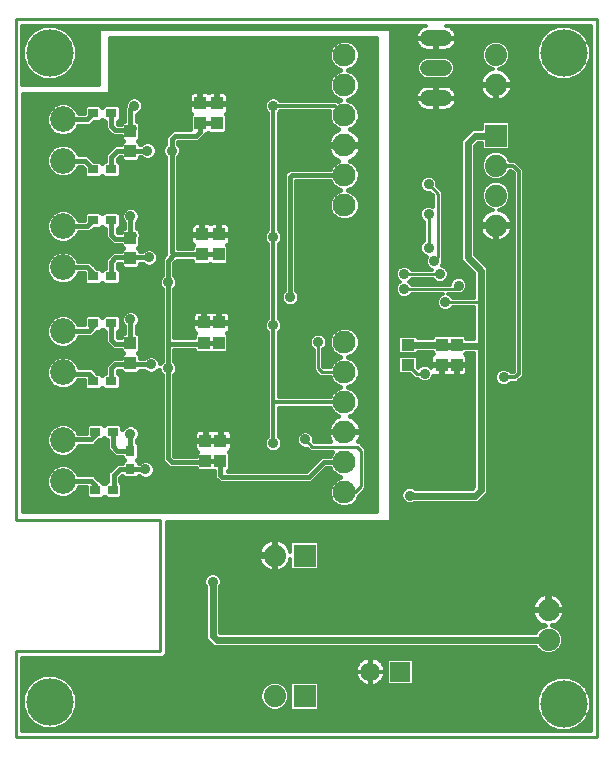
<source format=gbl>
G75*
%MOIN*%
%OFA0B0*%
%FSLAX24Y24*%
%IPPOS*%
%LPD*%
%AMOC8*
5,1,8,0,0,1.08239X$1,22.5*
%
%ADD10C,0.0100*%
%ADD11R,0.0394X0.0433*%
%ADD12C,0.0860*%
%ADD13C,0.0760*%
%ADD14R,0.0354X0.0315*%
%ADD15R,0.0740X0.0740*%
%ADD16C,0.0740*%
%ADD17R,0.0433X0.0394*%
%ADD18C,0.1581*%
%ADD19R,0.0650X0.0650*%
%ADD20C,0.0650*%
%ADD21C,0.0520*%
%ADD22R,0.0315X0.0354*%
%ADD23C,0.0356*%
%ADD24C,0.0160*%
%ADD25C,0.0120*%
%ADD26C,0.0240*%
D10*
X001993Y000973D02*
X001993Y003848D01*
X006805Y003848D01*
X006805Y008223D01*
X001993Y008223D01*
X001993Y024910D01*
X021368Y024910D01*
X021368Y000973D01*
X001993Y000973D01*
X011868Y010660D02*
X011618Y010910D01*
X011868Y010660D02*
X013368Y010660D01*
X013493Y010535D01*
X013493Y009348D01*
X013305Y009160D01*
X012930Y009160D01*
X012930Y013160D02*
X012180Y013160D01*
X012055Y013285D01*
X012055Y014160D01*
X015055Y013388D02*
X015349Y013098D01*
X015618Y013098D01*
X016305Y015473D02*
X017493Y015473D01*
X016743Y016035D02*
X016618Y015910D01*
X014930Y015910D01*
X014930Y016410D02*
X016118Y016410D01*
X015930Y016848D02*
X016055Y016973D01*
X016055Y019098D01*
X015743Y019410D01*
X015743Y018410D02*
X015743Y017285D01*
D11*
X016180Y014057D03*
X016680Y014057D03*
X016680Y013388D03*
X016180Y013388D03*
X008743Y014138D03*
X008243Y014138D03*
X008243Y014807D03*
X008743Y014807D03*
X008743Y017075D03*
X008180Y017075D03*
X008180Y017745D03*
X008743Y017745D03*
X005805Y017620D03*
X005805Y016950D03*
X005805Y014120D03*
X005805Y013450D03*
X008305Y010870D03*
X008805Y010870D03*
X008805Y010200D03*
X008305Y010200D03*
X005805Y020513D03*
X005805Y021182D03*
X008118Y021450D03*
X008680Y021450D03*
X008680Y022120D03*
X008118Y022120D03*
D12*
X003555Y021579D03*
X003555Y020201D03*
X003555Y018017D03*
X003555Y016639D03*
X003555Y014517D03*
X003555Y013139D03*
X003555Y010892D03*
X003555Y009514D03*
D13*
X012930Y009160D03*
X012930Y010160D03*
X012930Y011160D03*
X012930Y012160D03*
X012930Y013160D03*
X012930Y014160D03*
X012930Y018723D03*
X012930Y019723D03*
X012930Y020723D03*
X012930Y021723D03*
X012930Y022723D03*
X012930Y023723D03*
D14*
X005168Y021785D03*
X004568Y021785D03*
X004568Y019910D03*
X005168Y019910D03*
X005168Y018223D03*
X004568Y018223D03*
X004568Y016348D03*
X005168Y016348D03*
X005168Y014785D03*
X004568Y014785D03*
X004568Y012848D03*
X005168Y012848D03*
X005230Y011160D03*
X004630Y011160D03*
X004630Y009223D03*
X005230Y009223D03*
D15*
X011618Y007035D03*
X011618Y002348D03*
X017993Y021035D03*
D16*
X017993Y020035D03*
X017993Y019035D03*
X017993Y018035D03*
X017993Y022723D03*
X017993Y023723D03*
X010618Y007035D03*
X010618Y002348D03*
X019743Y004223D03*
X019743Y005223D03*
D17*
X015055Y013388D03*
X015055Y014057D03*
D18*
X020243Y023785D03*
X003118Y023785D03*
X003118Y002160D03*
X020243Y002098D03*
D19*
X014805Y003160D03*
D20*
X013805Y003160D03*
D21*
X015733Y022285D02*
X016253Y022285D01*
X016253Y023285D02*
X015733Y023285D01*
X015733Y024285D02*
X016253Y024285D01*
D22*
X005805Y010523D03*
X005805Y009923D03*
D23*
X006305Y009910D03*
X005805Y011098D03*
X006493Y013410D03*
X007055Y013285D03*
X005805Y014910D03*
X007055Y016160D03*
X006430Y016973D03*
X005805Y018348D03*
X006368Y020535D03*
X007180Y020535D03*
X005930Y022035D03*
X010118Y018723D03*
X010555Y017660D03*
X011118Y015660D03*
X010555Y014723D03*
X011118Y013285D03*
X012055Y014160D03*
X012055Y014910D03*
X013743Y015035D03*
X014930Y015348D03*
X014930Y015910D03*
X014930Y016410D03*
X015743Y017285D03*
X015930Y016848D03*
X016118Y016410D03*
X016743Y016035D03*
X016305Y015473D03*
X015618Y013098D03*
X013743Y013660D03*
X013743Y012223D03*
X015243Y011098D03*
X015743Y010598D03*
X016930Y011410D03*
X018243Y012973D03*
X020430Y016535D03*
X015743Y018410D03*
X015743Y019410D03*
X013618Y019223D03*
X010555Y022035D03*
X010555Y022973D03*
X019743Y021973D03*
X011618Y010910D03*
X010555Y010785D03*
X015118Y009035D03*
X008555Y006160D03*
D24*
X005537Y009011D02*
X005537Y009434D01*
X005461Y009510D01*
X005452Y009510D01*
X005452Y009636D01*
X005518Y009701D01*
X005518Y009691D01*
X005594Y009615D01*
X006016Y009615D01*
X006090Y009689D01*
X006130Y009649D01*
X006244Y009602D01*
X006366Y009602D01*
X006480Y009649D01*
X006566Y009735D01*
X006613Y009849D01*
X006613Y009971D01*
X006566Y010085D01*
X006480Y010171D01*
X006366Y010218D01*
X006244Y010218D01*
X006130Y010171D01*
X006092Y010133D01*
X006092Y010154D01*
X006023Y010223D01*
X006092Y010291D01*
X006092Y010754D01*
X006016Y010830D01*
X006015Y010830D01*
X006015Y010872D01*
X006066Y010923D01*
X006113Y011036D01*
X006113Y011159D01*
X006066Y011272D01*
X005980Y011359D01*
X005866Y011406D01*
X005744Y011406D01*
X005630Y011359D01*
X005544Y011272D01*
X005537Y011256D01*
X005537Y011371D01*
X005660Y011371D01*
X005537Y011371D02*
X005461Y011447D01*
X004999Y011447D01*
X004930Y011378D01*
X004861Y011447D01*
X004399Y011447D01*
X004323Y011371D01*
X003861Y011371D01*
X003872Y011367D02*
X003666Y011452D01*
X003444Y011452D01*
X003238Y011367D01*
X003080Y011209D01*
X002995Y011003D01*
X002995Y010780D01*
X003080Y010575D01*
X003238Y010417D01*
X003444Y010332D01*
X003666Y010332D01*
X003872Y010417D01*
X004030Y010575D01*
X004082Y010700D01*
X004579Y010700D01*
X004702Y010823D01*
X004752Y010873D01*
X004861Y010873D01*
X004930Y010942D01*
X004999Y010873D01*
X005020Y010873D01*
X005020Y010586D01*
X005158Y010448D01*
X005281Y010325D01*
X005518Y010325D01*
X005518Y010291D01*
X005587Y010223D01*
X005518Y010154D01*
X005518Y010132D01*
X005356Y010132D01*
X005156Y009932D01*
X005033Y009809D01*
X005033Y009510D01*
X004999Y009510D01*
X004930Y009441D01*
X004861Y009510D01*
X004815Y009510D01*
X004702Y009622D01*
X004579Y009745D01*
X004065Y009745D01*
X004030Y009831D01*
X003872Y009989D01*
X003666Y010074D01*
X003444Y010074D01*
X003238Y009989D01*
X003080Y009831D01*
X002995Y009625D01*
X002995Y009402D01*
X003080Y009197D01*
X003238Y009039D01*
X003444Y008954D01*
X003666Y008954D01*
X003872Y009039D01*
X004030Y009197D01*
X004083Y009325D01*
X004323Y009325D01*
X004323Y009011D01*
X004399Y008935D01*
X004861Y008935D01*
X004930Y009004D01*
X004999Y008935D01*
X005461Y008935D01*
X005537Y009011D01*
X005520Y008994D02*
X012447Y008994D01*
X012420Y009059D02*
X012498Y008871D01*
X012641Y008728D01*
X012829Y008650D01*
X013031Y008650D01*
X013219Y008728D01*
X013362Y008871D01*
X013427Y009028D01*
X013567Y009168D01*
X013672Y009273D01*
X013672Y010610D01*
X013547Y010735D01*
X013442Y010840D01*
X013390Y010840D01*
X013409Y010866D01*
X013449Y010945D01*
X013476Y011029D01*
X013490Y011116D01*
X013490Y011142D01*
X012948Y011142D01*
X012948Y011178D01*
X013490Y011178D01*
X013490Y011204D01*
X013476Y011291D01*
X013449Y011375D01*
X013409Y011454D01*
X013357Y011525D01*
X013295Y011587D01*
X013224Y011639D01*
X013145Y011679D01*
X013121Y011687D01*
X013219Y011728D01*
X013362Y011871D01*
X013440Y012059D01*
X013440Y012261D01*
X013362Y012449D01*
X013219Y012592D01*
X013056Y012660D01*
X013219Y012728D01*
X013362Y012871D01*
X013440Y013059D01*
X013440Y013261D01*
X013362Y013449D01*
X013219Y013592D01*
X013056Y013660D01*
X013219Y013728D01*
X013362Y013871D01*
X013440Y014059D01*
X013440Y014261D01*
X013362Y014449D01*
X013219Y014592D01*
X013031Y014670D01*
X012829Y014670D01*
X012641Y014592D01*
X012498Y014449D01*
X012420Y014261D01*
X012420Y014059D01*
X012498Y013871D01*
X012641Y013728D01*
X012804Y013660D01*
X012641Y013592D01*
X012498Y013449D01*
X012453Y013340D01*
X012255Y013340D01*
X012235Y013360D01*
X012235Y013904D01*
X012316Y013985D01*
X012363Y014099D01*
X012363Y014221D01*
X012316Y014335D01*
X012230Y014421D01*
X012116Y014468D01*
X011994Y014468D01*
X011880Y014421D01*
X011794Y014335D01*
X011747Y014221D01*
X011747Y014099D01*
X011794Y013985D01*
X011875Y013904D01*
X011875Y013210D01*
X011980Y013105D01*
X012105Y012980D01*
X012453Y012980D01*
X012498Y012871D01*
X012641Y012728D01*
X012804Y012660D01*
X012641Y012592D01*
X012498Y012449D01*
X012457Y012350D01*
X010745Y012350D01*
X010745Y014477D01*
X010816Y014548D01*
X010863Y014661D01*
X010863Y014784D01*
X010816Y014897D01*
X010745Y014968D01*
X010745Y017414D01*
X010816Y017485D01*
X010863Y017599D01*
X010863Y017721D01*
X010816Y017835D01*
X010745Y017906D01*
X010745Y021789D01*
X010801Y021845D01*
X012429Y021845D01*
X012420Y021824D01*
X012420Y021621D01*
X012498Y021434D01*
X012641Y021290D01*
X012739Y021249D01*
X012715Y021241D01*
X012636Y021201D01*
X012565Y021150D01*
X012503Y021087D01*
X012451Y021016D01*
X012411Y020937D01*
X012384Y020854D01*
X012370Y020767D01*
X012370Y020741D01*
X012912Y020741D01*
X012912Y020704D01*
X012370Y020704D01*
X012370Y020678D01*
X012384Y020591D01*
X012411Y020508D01*
X012451Y020429D01*
X012503Y020358D01*
X012565Y020295D01*
X012636Y020244D01*
X012715Y020204D01*
X012739Y020196D01*
X012641Y020155D01*
X012498Y020011D01*
X012465Y019932D01*
X011093Y019932D01*
X010970Y019809D01*
X010908Y019747D01*
X010908Y015886D01*
X010856Y015835D01*
X010809Y015721D01*
X010809Y015599D01*
X010856Y015485D01*
X010943Y015399D01*
X011056Y015352D01*
X011179Y015352D01*
X011292Y015399D01*
X011379Y015485D01*
X011426Y015599D01*
X011426Y015721D01*
X011379Y015835D01*
X011327Y015886D01*
X011327Y019513D01*
X012465Y019513D01*
X012498Y019434D01*
X012641Y019290D01*
X012804Y019222D01*
X012641Y019155D01*
X012498Y019011D01*
X012420Y018824D01*
X012420Y018621D01*
X012498Y018434D01*
X012641Y018290D01*
X012829Y018213D01*
X013031Y018213D01*
X013219Y018290D01*
X013362Y018434D01*
X013440Y018621D01*
X013440Y018824D01*
X013362Y019011D01*
X013219Y019155D01*
X013056Y019222D01*
X013219Y019290D01*
X013362Y019434D01*
X013440Y019621D01*
X013440Y019824D01*
X013362Y020011D01*
X013219Y020155D01*
X013121Y020196D01*
X013145Y020204D01*
X013224Y020244D01*
X013295Y020295D01*
X013357Y020358D01*
X013409Y020429D01*
X013449Y020508D01*
X013476Y020591D01*
X013490Y020678D01*
X013490Y020704D01*
X012948Y020704D01*
X012948Y020741D01*
X013490Y020741D01*
X013490Y020767D01*
X013476Y020854D01*
X013449Y020937D01*
X013409Y021016D01*
X013357Y021087D01*
X013295Y021150D01*
X013224Y021201D01*
X013145Y021241D01*
X013121Y021249D01*
X013219Y021290D01*
X013362Y021434D01*
X013440Y021621D01*
X013440Y021824D01*
X013362Y022011D01*
X013219Y022155D01*
X013056Y022222D01*
X013219Y022290D01*
X013362Y022434D01*
X013440Y022621D01*
X013440Y022824D01*
X013362Y023011D01*
X013219Y023155D01*
X013056Y023222D01*
X013219Y023290D01*
X013362Y023434D01*
X013440Y023621D01*
X013440Y023824D01*
X013362Y024011D01*
X013219Y024155D01*
X013031Y024232D01*
X012829Y024232D01*
X012641Y024155D01*
X012498Y024011D01*
X012420Y023824D01*
X012420Y023621D01*
X012498Y023434D01*
X012641Y023290D01*
X012804Y023222D01*
X012641Y023155D01*
X012498Y023011D01*
X012420Y022824D01*
X012420Y022621D01*
X012498Y022434D01*
X012641Y022290D01*
X012804Y022222D01*
X012730Y022192D01*
X012696Y022225D01*
X010801Y022225D01*
X010730Y022296D01*
X010616Y022343D01*
X010494Y022343D01*
X010380Y022296D01*
X010294Y022210D01*
X010247Y022096D01*
X010247Y021974D01*
X010294Y021860D01*
X010365Y021789D01*
X010365Y017906D01*
X010294Y017835D01*
X010247Y017721D01*
X010247Y017599D01*
X010294Y017485D01*
X010365Y017414D01*
X010365Y014968D01*
X010294Y014897D01*
X010247Y014784D01*
X010247Y014661D01*
X010294Y014548D01*
X010365Y014477D01*
X010365Y011031D01*
X010294Y010960D01*
X010247Y010846D01*
X010247Y010724D01*
X010294Y010610D01*
X010380Y010524D01*
X010494Y010477D01*
X010616Y010477D01*
X010730Y010524D01*
X010816Y010610D01*
X010863Y010724D01*
X010863Y010846D01*
X010816Y010960D01*
X010745Y011031D01*
X010745Y011970D01*
X012457Y011970D01*
X012498Y011871D01*
X012641Y011728D01*
X012739Y011687D01*
X012715Y011679D01*
X012636Y011639D01*
X012565Y011587D01*
X012503Y011525D01*
X012451Y011454D01*
X012411Y011375D01*
X012384Y011291D01*
X012370Y011204D01*
X012370Y011178D01*
X012912Y011178D01*
X012912Y011142D01*
X012370Y011142D01*
X012370Y011116D01*
X012384Y011029D01*
X012411Y010945D01*
X012451Y010866D01*
X012470Y010840D01*
X011942Y010840D01*
X011926Y010856D01*
X011926Y010971D01*
X011879Y011085D01*
X011792Y011171D01*
X011679Y011218D01*
X011556Y011218D01*
X011443Y011171D01*
X011356Y011085D01*
X011309Y010971D01*
X011309Y010849D01*
X011356Y010735D01*
X011443Y010649D01*
X011556Y010602D01*
X011671Y010602D01*
X011793Y010480D01*
X012529Y010480D01*
X012498Y010449D01*
X012465Y010370D01*
X012156Y010370D01*
X011656Y009870D01*
X009072Y009870D01*
X009132Y009930D01*
X009132Y010471D01*
X009100Y010502D01*
X009112Y010509D01*
X009146Y010543D01*
X009170Y010584D01*
X009182Y010629D01*
X009182Y010851D01*
X008823Y010851D01*
X008823Y010888D01*
X008787Y010888D01*
X008787Y011266D01*
X008584Y011266D01*
X008555Y011258D01*
X008526Y011266D01*
X008323Y011266D01*
X008323Y010888D01*
X008287Y010888D01*
X008287Y011266D01*
X008084Y011266D01*
X008039Y011254D01*
X007998Y011230D01*
X007964Y011197D01*
X007940Y011156D01*
X007928Y011110D01*
X007928Y010888D01*
X008287Y010888D01*
X008287Y010851D01*
X007928Y010851D01*
X007928Y010629D01*
X007940Y010584D01*
X007964Y010543D01*
X007998Y010509D01*
X008010Y010502D01*
X007978Y010471D01*
X007978Y010370D01*
X007267Y010370D01*
X007265Y010372D01*
X007265Y013059D01*
X007316Y013110D01*
X007363Y013224D01*
X007363Y013346D01*
X007316Y013460D01*
X007265Y013511D01*
X007265Y013888D01*
X007916Y013888D01*
X007916Y013867D01*
X007992Y013791D01*
X008993Y013791D01*
X009069Y013867D01*
X009069Y014408D01*
X009038Y014440D01*
X009050Y014447D01*
X009083Y014480D01*
X009107Y014521D01*
X009119Y014567D01*
X009119Y014789D01*
X008761Y014789D01*
X008761Y014826D01*
X008724Y014826D01*
X008724Y015204D01*
X008522Y015204D01*
X008492Y015196D01*
X008463Y015204D01*
X008261Y015204D01*
X008261Y014826D01*
X008224Y014826D01*
X008224Y015204D01*
X008022Y015204D01*
X007976Y015191D01*
X007935Y015168D01*
X007902Y015134D01*
X007878Y015093D01*
X007866Y015047D01*
X007866Y014826D01*
X008224Y014826D01*
X008224Y014789D01*
X007866Y014789D01*
X007866Y014567D01*
X007878Y014521D01*
X007902Y014480D01*
X007935Y014447D01*
X007947Y014440D01*
X007916Y014408D01*
X007916Y014307D01*
X007265Y014307D01*
X007265Y015934D01*
X007316Y015985D01*
X007363Y016099D01*
X007363Y016221D01*
X007316Y016335D01*
X007265Y016386D01*
X007265Y016779D01*
X007352Y016865D01*
X007853Y016865D01*
X007853Y016805D01*
X007929Y016729D01*
X008431Y016729D01*
X008461Y016759D01*
X008492Y016729D01*
X008993Y016729D01*
X009069Y016805D01*
X009069Y017346D01*
X009038Y017377D01*
X009050Y017384D01*
X009083Y017418D01*
X009107Y017459D01*
X009119Y017504D01*
X009119Y017726D01*
X008761Y017726D01*
X008761Y017763D01*
X009119Y017763D01*
X009119Y017985D01*
X009107Y018031D01*
X009083Y018072D01*
X009050Y018105D01*
X009009Y018129D01*
X008963Y018141D01*
X008761Y018141D01*
X008761Y017763D01*
X008724Y017763D01*
X008724Y017726D01*
X008198Y017726D01*
X008198Y017763D01*
X008162Y017763D01*
X008162Y018141D01*
X007959Y018141D01*
X007914Y018129D01*
X007873Y018105D01*
X007839Y018072D01*
X007815Y018031D01*
X007803Y017985D01*
X007803Y017763D01*
X008162Y017763D01*
X008162Y017726D01*
X007803Y017726D01*
X007803Y017504D01*
X007815Y017459D01*
X007839Y017418D01*
X007873Y017384D01*
X007885Y017377D01*
X007853Y017346D01*
X007853Y017285D01*
X007390Y017285D01*
X007390Y020309D01*
X007441Y020360D01*
X007488Y020474D01*
X007488Y020596D01*
X007441Y020710D01*
X007390Y020761D01*
X007390Y020823D01*
X007392Y020825D01*
X008079Y020825D01*
X008202Y020948D01*
X008327Y021073D01*
X008327Y021104D01*
X008368Y021104D01*
X008399Y021134D01*
X008429Y021104D01*
X008931Y021104D01*
X009007Y021180D01*
X009007Y021721D01*
X008975Y021752D01*
X008987Y021759D01*
X009021Y021793D01*
X009045Y021834D01*
X009057Y021879D01*
X009057Y022101D01*
X008698Y022101D01*
X008698Y022138D01*
X008662Y022138D01*
X008662Y022516D01*
X008459Y022516D01*
X008414Y022504D01*
X008399Y022495D01*
X008384Y022504D01*
X008338Y022516D01*
X008136Y022516D01*
X008136Y022138D01*
X008662Y022138D01*
X008662Y022101D01*
X008303Y022101D01*
X008136Y022101D01*
X008136Y022138D01*
X008099Y022138D01*
X008099Y022101D01*
X007741Y022101D01*
X007741Y021879D01*
X007753Y021834D01*
X007777Y021793D01*
X007810Y021759D01*
X007822Y021752D01*
X007791Y021721D01*
X007791Y021245D01*
X007218Y021245D01*
X007093Y021120D01*
X006970Y020997D01*
X006970Y020761D01*
X006919Y020710D01*
X006872Y020596D01*
X006872Y020474D01*
X006919Y020360D01*
X006970Y020309D01*
X006970Y017078D01*
X006968Y017076D01*
X006845Y016953D01*
X006845Y016386D01*
X006794Y016335D01*
X006747Y016221D01*
X006747Y016099D01*
X006794Y015985D01*
X006845Y015934D01*
X006845Y013511D01*
X006801Y013466D01*
X006801Y013471D01*
X006754Y013585D01*
X006667Y013671D01*
X006554Y013718D01*
X006431Y013718D01*
X006318Y013671D01*
X006267Y013620D01*
X006132Y013620D01*
X006132Y013721D01*
X006068Y013785D01*
X006132Y013849D01*
X006132Y014390D01*
X006056Y014466D01*
X006015Y014466D01*
X006015Y014684D01*
X006066Y014735D01*
X006113Y014849D01*
X006113Y014971D01*
X006066Y015085D01*
X005980Y015171D01*
X005866Y015218D01*
X005744Y015218D01*
X005630Y015171D01*
X005544Y015085D01*
X005497Y014971D01*
X005497Y014849D01*
X005544Y014735D01*
X005595Y014684D01*
X005595Y014466D01*
X005554Y014466D01*
X005478Y014390D01*
X005478Y014307D01*
X005392Y014307D01*
X005377Y014322D01*
X005377Y014498D01*
X005399Y014498D01*
X005475Y014574D01*
X005475Y014996D01*
X005399Y015072D01*
X004936Y015072D01*
X004867Y015003D01*
X004799Y015072D01*
X004336Y015072D01*
X004260Y014996D01*
X004260Y014745D01*
X004067Y014745D01*
X004030Y014834D01*
X003872Y014992D01*
X003666Y015077D01*
X003444Y015077D01*
X003238Y014992D01*
X003080Y014834D01*
X002995Y014628D01*
X002995Y014405D01*
X003080Y014200D01*
X003238Y014042D01*
X003444Y013957D01*
X003666Y013957D01*
X003872Y014042D01*
X004030Y014200D01*
X004082Y014325D01*
X004517Y014325D01*
X004640Y014448D01*
X004690Y014498D01*
X004799Y014498D01*
X004867Y014567D01*
X004936Y014498D01*
X004958Y014498D01*
X004958Y014148D01*
X005095Y014011D01*
X005218Y013888D01*
X005478Y013888D01*
X005478Y013849D01*
X005542Y013785D01*
X005478Y013721D01*
X005478Y013620D01*
X005218Y013620D01*
X005095Y013497D01*
X004958Y013359D01*
X004958Y013135D01*
X004936Y013135D01*
X004867Y013066D01*
X004799Y013135D01*
X004690Y013135D01*
X004640Y013184D01*
X004517Y013307D01*
X004091Y013307D01*
X004030Y013456D01*
X003872Y013614D01*
X003666Y013699D01*
X003444Y013699D01*
X003238Y013614D01*
X003080Y013456D01*
X002995Y013250D01*
X002995Y013027D01*
X003080Y012822D01*
X003238Y012664D01*
X003444Y012579D01*
X003666Y012579D01*
X003872Y012664D01*
X004030Y012822D01*
X004057Y012888D01*
X004260Y012888D01*
X004260Y012636D01*
X004336Y012560D01*
X004799Y012560D01*
X004867Y012629D01*
X004936Y012560D01*
X005399Y012560D01*
X005475Y012636D01*
X005475Y013059D01*
X005399Y013135D01*
X005377Y013135D01*
X005377Y013186D01*
X005392Y013200D01*
X005478Y013200D01*
X005478Y013180D01*
X005554Y013104D01*
X006056Y013104D01*
X006132Y013180D01*
X006132Y013200D01*
X006267Y013200D01*
X006318Y013149D01*
X006431Y013102D01*
X006554Y013102D01*
X006667Y013149D01*
X006747Y013229D01*
X006747Y013224D01*
X006794Y013110D01*
X006845Y013059D01*
X006845Y010198D01*
X006970Y010073D01*
X007093Y009950D01*
X007978Y009950D01*
X007978Y009930D01*
X008054Y009854D01*
X008595Y009854D01*
X008595Y009636D01*
X008718Y009513D01*
X008781Y009450D01*
X011829Y009450D01*
X011952Y009573D01*
X012329Y009950D01*
X012465Y009950D01*
X012498Y009871D01*
X012641Y009728D01*
X012804Y009660D01*
X012641Y009592D01*
X012498Y009449D01*
X012420Y009261D01*
X012420Y009059D01*
X012420Y009152D02*
X005537Y009152D01*
X005537Y009311D02*
X012440Y009311D01*
X012518Y009469D02*
X011848Y009469D01*
X011743Y009660D02*
X008868Y009660D01*
X008805Y009723D01*
X008805Y010200D01*
X008305Y010200D01*
X008265Y010160D01*
X007180Y010160D01*
X007055Y010285D01*
X007055Y013285D01*
X007055Y014160D01*
X007118Y014098D01*
X008202Y014098D01*
X008243Y014138D01*
X008743Y014138D01*
X009069Y014066D02*
X010365Y014066D01*
X010365Y014224D02*
X009069Y014224D01*
X009069Y014383D02*
X010365Y014383D01*
X010301Y014541D02*
X009112Y014541D01*
X009119Y014700D02*
X010247Y014700D01*
X010278Y014858D02*
X009119Y014858D01*
X009119Y014826D02*
X009119Y015047D01*
X009107Y015093D01*
X009083Y015134D01*
X009050Y015168D01*
X009009Y015191D01*
X008963Y015204D01*
X008761Y015204D01*
X008761Y014826D01*
X009119Y014826D01*
X009119Y015017D02*
X010365Y015017D01*
X010365Y015175D02*
X009037Y015175D01*
X008761Y015175D02*
X008724Y015175D01*
X008724Y015017D02*
X008761Y015017D01*
X008761Y014858D02*
X008724Y014858D01*
X008724Y014826D02*
X008724Y014789D01*
X008366Y014789D01*
X008261Y014789D01*
X008261Y014826D01*
X008724Y014826D01*
X008261Y014858D02*
X008224Y014858D01*
X008224Y015017D02*
X008261Y015017D01*
X008261Y015175D02*
X008224Y015175D01*
X007948Y015175D02*
X007265Y015175D01*
X007265Y015017D02*
X007866Y015017D01*
X007866Y014858D02*
X007265Y014858D01*
X007265Y014700D02*
X007866Y014700D01*
X007873Y014541D02*
X007265Y014541D01*
X007265Y014383D02*
X007916Y014383D01*
X007055Y014160D02*
X007055Y016160D01*
X007055Y016866D01*
X007265Y017075D01*
X007180Y017160D01*
X007180Y020535D01*
X007180Y020910D01*
X007305Y021035D01*
X007993Y021035D01*
X008118Y021160D01*
X008118Y021450D01*
X008680Y021450D01*
X008294Y021040D02*
X010365Y021040D01*
X010365Y021198D02*
X009007Y021198D01*
X009007Y021357D02*
X010365Y021357D01*
X010365Y021515D02*
X009007Y021515D01*
X009007Y021674D02*
X010365Y021674D01*
X010322Y021832D02*
X009044Y021832D01*
X009057Y021991D02*
X010247Y021991D01*
X010269Y022149D02*
X009057Y022149D01*
X009057Y022138D02*
X009057Y022360D01*
X009045Y022406D01*
X009021Y022447D01*
X008987Y022480D01*
X008946Y022504D01*
X008901Y022516D01*
X008698Y022516D01*
X008698Y022138D01*
X009057Y022138D01*
X009057Y022308D02*
X010408Y022308D01*
X010702Y022308D02*
X012624Y022308D01*
X012484Y022466D02*
X009002Y022466D01*
X008698Y022466D02*
X008662Y022466D01*
X008662Y022308D02*
X008698Y022308D01*
X008698Y022149D02*
X008662Y022149D01*
X008136Y022149D02*
X008099Y022149D01*
X008099Y022138D02*
X008099Y022516D01*
X007897Y022516D01*
X007851Y022504D01*
X007810Y022480D01*
X007777Y022447D01*
X007753Y022406D01*
X007741Y022360D01*
X007741Y022138D01*
X008099Y022138D01*
X008099Y022308D02*
X008136Y022308D01*
X008136Y022466D02*
X008099Y022466D01*
X007796Y022466D02*
X005118Y022466D01*
X005118Y022410D02*
X002222Y022410D01*
X002222Y008535D01*
X013993Y008535D01*
X013993Y024285D01*
X005118Y024285D01*
X005118Y022410D01*
X005118Y022625D02*
X012420Y022625D01*
X012420Y022783D02*
X005118Y022783D01*
X005118Y022942D02*
X012469Y022942D01*
X012586Y023100D02*
X005118Y023100D01*
X005118Y023259D02*
X012717Y023259D01*
X012514Y023417D02*
X005118Y023417D01*
X005118Y023576D02*
X012439Y023576D01*
X012420Y023734D02*
X005118Y023734D01*
X005118Y023893D02*
X012448Y023893D01*
X012537Y024051D02*
X005118Y024051D01*
X005118Y024210D02*
X012773Y024210D01*
X013087Y024210D02*
X013993Y024210D01*
X013993Y024051D02*
X013323Y024051D01*
X013412Y023893D02*
X013993Y023893D01*
X013993Y023734D02*
X013440Y023734D01*
X013421Y023576D02*
X013993Y023576D01*
X013993Y023417D02*
X013346Y023417D01*
X013143Y023259D02*
X013993Y023259D01*
X013993Y023100D02*
X013274Y023100D01*
X013391Y022942D02*
X013993Y022942D01*
X013993Y022783D02*
X013440Y022783D01*
X013440Y022625D02*
X013993Y022625D01*
X013993Y022466D02*
X013376Y022466D01*
X013236Y022308D02*
X013993Y022308D01*
X013993Y022149D02*
X013225Y022149D01*
X013371Y021991D02*
X013993Y021991D01*
X013993Y021832D02*
X013437Y021832D01*
X013440Y021674D02*
X013993Y021674D01*
X013993Y021515D02*
X013396Y021515D01*
X013285Y021357D02*
X013993Y021357D01*
X013993Y021198D02*
X013228Y021198D01*
X013392Y021040D02*
X013993Y021040D01*
X013993Y020881D02*
X013467Y020881D01*
X013467Y020564D02*
X013993Y020564D01*
X013993Y020406D02*
X013392Y020406D01*
X013228Y020247D02*
X013993Y020247D01*
X013993Y020089D02*
X013285Y020089D01*
X013396Y019930D02*
X013993Y019930D01*
X013993Y019772D02*
X013440Y019772D01*
X013437Y019613D02*
X013993Y019613D01*
X013993Y019455D02*
X013371Y019455D01*
X013225Y019296D02*
X013993Y019296D01*
X013993Y019138D02*
X013236Y019138D01*
X013376Y018979D02*
X013993Y018979D01*
X013993Y018821D02*
X013440Y018821D01*
X013440Y018662D02*
X013993Y018662D01*
X013993Y018504D02*
X013391Y018504D01*
X013274Y018345D02*
X013993Y018345D01*
X013993Y018187D02*
X011327Y018187D01*
X011327Y018345D02*
X012586Y018345D01*
X012469Y018504D02*
X011327Y018504D01*
X011327Y018662D02*
X012420Y018662D01*
X012420Y018821D02*
X011327Y018821D01*
X011327Y018979D02*
X012484Y018979D01*
X012624Y019138D02*
X011327Y019138D01*
X011327Y019296D02*
X012635Y019296D01*
X012489Y019455D02*
X011327Y019455D01*
X011118Y019660D02*
X011180Y019723D01*
X012930Y019723D01*
X012575Y020089D02*
X010745Y020089D01*
X010745Y020247D02*
X012632Y020247D01*
X012468Y020406D02*
X010745Y020406D01*
X010745Y020564D02*
X012393Y020564D01*
X012393Y020881D02*
X010745Y020881D01*
X010745Y020723D02*
X012912Y020723D01*
X012948Y020723D02*
X013993Y020723D01*
X012632Y021198D02*
X010745Y021198D01*
X010745Y021040D02*
X012468Y021040D01*
X012575Y021357D02*
X010745Y021357D01*
X010745Y021515D02*
X012464Y021515D01*
X012420Y021674D02*
X010745Y021674D01*
X010788Y021832D02*
X012423Y021832D01*
X011091Y019930D02*
X010745Y019930D01*
X010745Y019772D02*
X010932Y019772D01*
X010908Y019613D02*
X010745Y019613D01*
X010745Y019455D02*
X010908Y019455D01*
X010908Y019296D02*
X010745Y019296D01*
X010745Y019138D02*
X010908Y019138D01*
X010908Y018979D02*
X010745Y018979D01*
X010745Y018821D02*
X010908Y018821D01*
X010908Y018662D02*
X010745Y018662D01*
X010745Y018504D02*
X010908Y018504D01*
X010908Y018345D02*
X010745Y018345D01*
X010745Y018187D02*
X010908Y018187D01*
X010908Y018028D02*
X010745Y018028D01*
X010781Y017870D02*
X010908Y017870D01*
X010908Y017711D02*
X010863Y017711D01*
X010844Y017553D02*
X010908Y017553D01*
X010908Y017394D02*
X010745Y017394D01*
X010745Y017236D02*
X010908Y017236D01*
X010908Y017077D02*
X010745Y017077D01*
X010745Y016919D02*
X010908Y016919D01*
X010908Y016760D02*
X010745Y016760D01*
X010745Y016602D02*
X010908Y016602D01*
X010908Y016443D02*
X010745Y016443D01*
X010745Y016285D02*
X010908Y016285D01*
X010908Y016126D02*
X010745Y016126D01*
X010745Y015968D02*
X010908Y015968D01*
X010846Y015809D02*
X010745Y015809D01*
X010745Y015651D02*
X010809Y015651D01*
X010854Y015492D02*
X010745Y015492D01*
X010745Y015334D02*
X013993Y015334D01*
X013993Y015492D02*
X011381Y015492D01*
X011426Y015651D02*
X013993Y015651D01*
X013993Y015809D02*
X011389Y015809D01*
X011327Y015968D02*
X013993Y015968D01*
X013993Y016126D02*
X011327Y016126D01*
X011327Y016285D02*
X013993Y016285D01*
X013993Y016443D02*
X011327Y016443D01*
X011327Y016602D02*
X013993Y016602D01*
X013993Y016760D02*
X011327Y016760D01*
X011327Y016919D02*
X013993Y016919D01*
X013993Y017077D02*
X011327Y017077D01*
X011327Y017236D02*
X013993Y017236D01*
X013993Y017394D02*
X011327Y017394D01*
X011327Y017553D02*
X013993Y017553D01*
X013993Y017711D02*
X011327Y017711D01*
X011327Y017870D02*
X013993Y017870D01*
X013993Y018028D02*
X011327Y018028D01*
X010365Y018028D02*
X009108Y018028D01*
X009119Y017870D02*
X010329Y017870D01*
X010247Y017711D02*
X009119Y017711D01*
X009119Y017553D02*
X010266Y017553D01*
X010365Y017394D02*
X009060Y017394D01*
X009069Y017236D02*
X010365Y017236D01*
X010365Y017077D02*
X009069Y017077D01*
X009069Y016919D02*
X010365Y016919D01*
X010365Y016760D02*
X009024Y016760D01*
X008743Y017075D02*
X007720Y017075D01*
X007898Y016760D02*
X007265Y016760D01*
X007265Y016602D02*
X010365Y016602D01*
X010365Y016443D02*
X007265Y016443D01*
X007337Y016285D02*
X010365Y016285D01*
X010365Y016126D02*
X007363Y016126D01*
X007298Y015968D02*
X010365Y015968D01*
X010365Y015809D02*
X007265Y015809D01*
X007265Y015651D02*
X010365Y015651D01*
X010365Y015492D02*
X007265Y015492D01*
X007265Y015334D02*
X010365Y015334D01*
X010745Y015175D02*
X013993Y015175D01*
X013993Y015017D02*
X010745Y015017D01*
X010832Y014858D02*
X013993Y014858D01*
X013993Y014700D02*
X010863Y014700D01*
X010809Y014541D02*
X012590Y014541D01*
X012470Y014383D02*
X012268Y014383D01*
X012362Y014224D02*
X012420Y014224D01*
X012420Y014066D02*
X012349Y014066D01*
X012238Y013907D02*
X012483Y013907D01*
X012620Y013749D02*
X012235Y013749D01*
X012235Y013590D02*
X012639Y013590D01*
X012490Y013432D02*
X012235Y013432D01*
X011971Y013115D02*
X010745Y013115D01*
X010745Y013273D02*
X011875Y013273D01*
X011875Y013432D02*
X010745Y013432D01*
X010745Y013590D02*
X011875Y013590D01*
X011875Y013749D02*
X010745Y013749D01*
X010745Y013907D02*
X011872Y013907D01*
X011761Y014066D02*
X010745Y014066D01*
X010745Y014224D02*
X011748Y014224D01*
X011842Y014383D02*
X010745Y014383D01*
X010365Y013907D02*
X009069Y013907D01*
X010365Y013749D02*
X007265Y013749D01*
X007265Y013590D02*
X010365Y013590D01*
X010365Y013432D02*
X007328Y013432D01*
X007363Y013273D02*
X010365Y013273D01*
X010365Y013115D02*
X007318Y013115D01*
X007265Y012956D02*
X010365Y012956D01*
X010365Y012798D02*
X007265Y012798D01*
X007265Y012639D02*
X010365Y012639D01*
X010365Y012481D02*
X007265Y012481D01*
X007265Y012322D02*
X010365Y012322D01*
X010365Y012164D02*
X007265Y012164D01*
X007265Y012005D02*
X010365Y012005D01*
X010365Y011847D02*
X007265Y011847D01*
X007265Y011688D02*
X010365Y011688D01*
X010365Y011530D02*
X007265Y011530D01*
X007265Y011371D02*
X010365Y011371D01*
X010365Y011213D02*
X009130Y011213D01*
X009146Y011197D02*
X009112Y011230D01*
X009071Y011254D01*
X009026Y011266D01*
X008823Y011266D01*
X008823Y010888D01*
X009182Y010888D01*
X009182Y011110D01*
X009170Y011156D01*
X009146Y011197D01*
X009182Y011054D02*
X010365Y011054D01*
X010267Y010896D02*
X009182Y010896D01*
X009182Y010737D02*
X010247Y010737D01*
X010326Y010579D02*
X009167Y010579D01*
X009132Y010420D02*
X012486Y010420D01*
X012243Y010160D02*
X011743Y009660D01*
X012007Y009628D02*
X012726Y009628D01*
X012583Y009786D02*
X012165Y009786D01*
X012324Y009945D02*
X012467Y009945D01*
X012243Y010160D02*
X012930Y010160D01*
X013545Y010737D02*
X013993Y010737D01*
X013993Y010579D02*
X013672Y010579D01*
X013672Y010420D02*
X013993Y010420D01*
X013993Y010262D02*
X013672Y010262D01*
X013672Y010103D02*
X013993Y010103D01*
X013993Y009945D02*
X013672Y009945D01*
X013672Y009786D02*
X013993Y009786D01*
X013993Y009628D02*
X013672Y009628D01*
X013672Y009469D02*
X013993Y009469D01*
X013993Y009311D02*
X013672Y009311D01*
X013552Y009152D02*
X013993Y009152D01*
X013993Y008994D02*
X013413Y008994D01*
X013326Y008835D02*
X013993Y008835D01*
X013993Y008677D02*
X013095Y008677D01*
X012765Y008677D02*
X002222Y008677D01*
X002222Y008835D02*
X012534Y008835D01*
X011730Y009945D02*
X009132Y009945D01*
X009132Y010103D02*
X011889Y010103D01*
X012047Y010262D02*
X009132Y010262D01*
X008787Y010851D02*
X008428Y010851D01*
X008323Y010851D01*
X008323Y010888D01*
X008787Y010888D01*
X008787Y010851D01*
X008787Y010896D02*
X008823Y010896D01*
X008823Y011054D02*
X008787Y011054D01*
X008787Y011213D02*
X008823Y011213D01*
X008323Y011213D02*
X008287Y011213D01*
X008287Y011054D02*
X008323Y011054D01*
X008323Y010896D02*
X008287Y010896D01*
X007978Y010420D02*
X007265Y010420D01*
X007265Y010579D02*
X007943Y010579D01*
X007928Y010737D02*
X007265Y010737D01*
X007265Y010896D02*
X007928Y010896D01*
X007928Y011054D02*
X007265Y011054D01*
X007265Y011213D02*
X007980Y011213D01*
X006845Y011213D02*
X006091Y011213D01*
X006113Y011054D02*
X006845Y011054D01*
X006845Y010896D02*
X006039Y010896D01*
X006092Y010737D02*
X006845Y010737D01*
X006845Y010579D02*
X006092Y010579D01*
X006092Y010420D02*
X006845Y010420D01*
X006845Y010262D02*
X006063Y010262D01*
X005805Y010523D02*
X005805Y011098D01*
X005950Y011371D02*
X006845Y011371D01*
X006845Y011530D02*
X002222Y011530D01*
X002222Y011688D02*
X006845Y011688D01*
X006845Y011847D02*
X002222Y011847D01*
X002222Y012005D02*
X006845Y012005D01*
X006845Y012164D02*
X002222Y012164D01*
X002222Y012322D02*
X006845Y012322D01*
X006845Y012481D02*
X002222Y012481D01*
X002222Y012639D02*
X003298Y012639D01*
X003104Y012798D02*
X002222Y012798D01*
X002222Y012956D02*
X003025Y012956D01*
X002995Y013115D02*
X002222Y013115D01*
X002222Y013273D02*
X003004Y013273D01*
X003070Y013432D02*
X002222Y013432D01*
X002222Y013590D02*
X003214Y013590D01*
X003214Y014066D02*
X002222Y014066D01*
X002222Y014224D02*
X003070Y014224D01*
X003004Y014383D02*
X002222Y014383D01*
X002222Y014541D02*
X002995Y014541D01*
X003025Y014700D02*
X002222Y014700D01*
X002222Y014858D02*
X003104Y014858D01*
X003298Y015017D02*
X002222Y015017D01*
X002222Y015175D02*
X005640Y015175D01*
X005516Y015017D02*
X005454Y015017D01*
X005475Y014858D02*
X005497Y014858D01*
X005475Y014700D02*
X005580Y014700D01*
X005595Y014541D02*
X005442Y014541D01*
X005478Y014383D02*
X005377Y014383D01*
X005168Y014235D02*
X005305Y014098D01*
X005783Y014098D01*
X005805Y014120D01*
X005805Y014910D01*
X006030Y014700D02*
X006845Y014700D01*
X006845Y014858D02*
X006113Y014858D01*
X006094Y015017D02*
X006845Y015017D01*
X006845Y015175D02*
X005970Y015175D01*
X006015Y014541D02*
X006845Y014541D01*
X006845Y014383D02*
X006132Y014383D01*
X006132Y014224D02*
X006845Y014224D01*
X006845Y014066D02*
X006132Y014066D01*
X006132Y013907D02*
X006845Y013907D01*
X006845Y013749D02*
X006104Y013749D01*
X005805Y013450D02*
X005845Y013410D01*
X006493Y013410D01*
X006584Y013115D02*
X006792Y013115D01*
X006845Y012956D02*
X005475Y012956D01*
X005475Y012798D02*
X006845Y012798D01*
X006845Y012639D02*
X005475Y012639D01*
X005168Y012848D02*
X005168Y013273D01*
X005305Y013410D01*
X005765Y013410D01*
X005805Y013450D01*
X005506Y013749D02*
X002222Y013749D01*
X002222Y013907D02*
X005198Y013907D01*
X005040Y014066D02*
X003896Y014066D01*
X004040Y014224D02*
X004958Y014224D01*
X004958Y014383D02*
X004575Y014383D01*
X004430Y014535D02*
X003573Y014535D01*
X003555Y014517D01*
X003812Y015017D02*
X004281Y015017D01*
X004260Y014858D02*
X004006Y014858D01*
X004430Y014535D02*
X004568Y014673D01*
X004568Y014785D01*
X004842Y014541D02*
X004893Y014541D01*
X005168Y014785D02*
X005168Y014235D01*
X005188Y013590D02*
X003896Y013590D01*
X004040Y013432D02*
X005030Y013432D01*
X004958Y013273D02*
X004551Y013273D01*
X004430Y013098D02*
X003596Y013098D01*
X003555Y013139D01*
X003812Y012639D02*
X004260Y012639D01*
X004260Y012798D02*
X004006Y012798D01*
X004430Y013098D02*
X004568Y012960D01*
X004568Y012848D01*
X004819Y013115D02*
X004916Y013115D01*
X005419Y013115D02*
X005544Y013115D01*
X006066Y013115D02*
X006401Y013115D01*
X006748Y013590D02*
X006845Y013590D01*
X005827Y014098D02*
X005805Y014120D01*
X004881Y015017D02*
X004854Y015017D01*
X004799Y016060D02*
X004336Y016060D01*
X004260Y016136D01*
X004260Y016450D01*
X004083Y016450D01*
X004030Y016322D01*
X003872Y016164D01*
X003666Y016079D01*
X003444Y016079D01*
X003238Y016164D01*
X003080Y016322D01*
X002995Y016527D01*
X002995Y016750D01*
X003080Y016956D01*
X003238Y017114D01*
X003444Y017199D01*
X003666Y017199D01*
X003872Y017114D01*
X004030Y016956D01*
X004065Y016870D01*
X004454Y016870D01*
X004577Y016747D01*
X004690Y016635D01*
X004799Y016635D01*
X004867Y016566D01*
X004936Y016635D01*
X004958Y016635D01*
X004958Y016922D01*
X005095Y017059D01*
X005218Y017182D01*
X005478Y017182D01*
X005478Y017221D01*
X005542Y017285D01*
X005478Y017349D01*
X005478Y017388D01*
X005218Y017388D01*
X005095Y017511D01*
X004958Y017648D01*
X004958Y017935D01*
X004936Y017935D01*
X004867Y018004D01*
X004799Y017935D01*
X004577Y017935D01*
X004449Y017807D01*
X004074Y017807D01*
X004030Y017700D01*
X003872Y017542D01*
X003666Y017457D01*
X003444Y017457D01*
X003238Y017542D01*
X003080Y017700D01*
X002995Y017905D01*
X002995Y018128D01*
X003080Y018334D01*
X003238Y018492D01*
X003444Y018577D01*
X003666Y018577D01*
X003872Y018492D01*
X004030Y018334D01*
X004074Y018227D01*
X004260Y018227D01*
X004260Y018434D01*
X004336Y018510D01*
X004799Y018510D01*
X004867Y018441D01*
X004936Y018510D01*
X005399Y018510D01*
X005475Y018434D01*
X005475Y018011D01*
X005399Y017935D01*
X005377Y017935D01*
X005377Y017822D01*
X005392Y017807D01*
X005478Y017807D01*
X005478Y017890D01*
X005554Y017966D01*
X005595Y017966D01*
X005595Y018122D01*
X005544Y018173D01*
X005497Y018286D01*
X005497Y018409D01*
X005544Y018522D01*
X005630Y018609D01*
X005744Y018656D01*
X005866Y018656D01*
X005980Y018609D01*
X006066Y018522D01*
X006113Y018409D01*
X006113Y018286D01*
X006066Y018173D01*
X006015Y018122D01*
X006015Y017966D01*
X006056Y017966D01*
X006132Y017890D01*
X006132Y017818D01*
X006140Y017809D01*
X006140Y017636D01*
X006132Y017627D01*
X006132Y017349D01*
X006068Y017285D01*
X006132Y017221D01*
X006132Y017182D01*
X006204Y017182D01*
X006255Y017234D01*
X006369Y017281D01*
X006491Y017281D01*
X006605Y017234D01*
X006691Y017147D01*
X006738Y017034D01*
X006738Y016911D01*
X006691Y016798D01*
X006605Y016711D01*
X006491Y016664D01*
X006369Y016664D01*
X006255Y016711D01*
X006204Y016763D01*
X006132Y016763D01*
X006132Y016680D01*
X006056Y016604D01*
X005554Y016604D01*
X005478Y016680D01*
X005478Y016763D01*
X005392Y016763D01*
X005377Y016748D01*
X005377Y016635D01*
X005399Y016635D01*
X005475Y016559D01*
X005475Y016136D01*
X005399Y016060D01*
X004936Y016060D01*
X004867Y016129D01*
X004799Y016060D01*
X004865Y016126D02*
X004870Y016126D01*
X005168Y016348D02*
X005168Y016835D01*
X005305Y016973D01*
X005783Y016973D01*
X005805Y016950D01*
X005827Y016973D01*
X006430Y016973D01*
X006653Y016760D02*
X006845Y016760D01*
X006845Y016602D02*
X005432Y016602D01*
X005390Y016760D02*
X005478Y016760D01*
X005475Y016443D02*
X006845Y016443D01*
X006773Y016285D02*
X005475Y016285D01*
X005465Y016126D02*
X006747Y016126D01*
X006812Y015968D02*
X002222Y015968D01*
X002222Y016126D02*
X003330Y016126D01*
X003117Y016285D02*
X002222Y016285D01*
X002222Y016443D02*
X003030Y016443D01*
X002995Y016602D02*
X002222Y016602D01*
X002222Y016760D02*
X002999Y016760D01*
X003065Y016919D02*
X002222Y016919D01*
X002222Y017077D02*
X003201Y017077D01*
X003227Y017553D02*
X002222Y017553D01*
X002222Y017711D02*
X003076Y017711D01*
X003010Y017870D02*
X002222Y017870D01*
X002222Y018028D02*
X002995Y018028D01*
X003019Y018187D02*
X002222Y018187D01*
X002222Y018345D02*
X003091Y018345D01*
X003267Y018504D02*
X002222Y018504D01*
X002222Y018662D02*
X006970Y018662D01*
X006970Y018504D02*
X006074Y018504D01*
X006113Y018345D02*
X006970Y018345D01*
X006970Y018187D02*
X006072Y018187D01*
X006015Y018028D02*
X006970Y018028D01*
X006970Y017870D02*
X006132Y017870D01*
X006140Y017711D02*
X006970Y017711D01*
X006970Y017553D02*
X006132Y017553D01*
X006132Y017394D02*
X006970Y017394D01*
X006970Y017236D02*
X006600Y017236D01*
X006720Y017077D02*
X006969Y017077D01*
X006968Y017076D02*
X006968Y017076D01*
X006845Y016919D02*
X006738Y016919D01*
X007265Y017075D02*
X008180Y017075D01*
X007863Y017394D02*
X007390Y017394D01*
X007390Y017553D02*
X007803Y017553D01*
X007803Y017711D02*
X007390Y017711D01*
X007390Y017870D02*
X007803Y017870D01*
X007815Y018028D02*
X007390Y018028D01*
X007390Y018187D02*
X010365Y018187D01*
X010365Y018345D02*
X007390Y018345D01*
X007390Y018504D02*
X010365Y018504D01*
X010365Y018662D02*
X007390Y018662D01*
X007390Y018821D02*
X010365Y018821D01*
X010365Y018979D02*
X007390Y018979D01*
X007390Y019138D02*
X010365Y019138D01*
X010365Y019296D02*
X007390Y019296D01*
X007390Y019455D02*
X010365Y019455D01*
X010365Y019613D02*
X007390Y019613D01*
X007390Y019772D02*
X010365Y019772D01*
X010365Y019930D02*
X007390Y019930D01*
X007390Y020089D02*
X010365Y020089D01*
X010365Y020247D02*
X007390Y020247D01*
X007460Y020406D02*
X010365Y020406D01*
X010365Y020564D02*
X007488Y020564D01*
X007428Y020723D02*
X010365Y020723D01*
X010365Y020881D02*
X008136Y020881D01*
X007791Y021357D02*
X006132Y021357D01*
X006132Y021453D02*
X006056Y021529D01*
X006015Y021529D01*
X006015Y021737D01*
X006105Y021774D01*
X006191Y021860D01*
X006238Y021974D01*
X006238Y022096D01*
X006191Y022210D01*
X006105Y022296D01*
X005991Y022343D01*
X005869Y022343D01*
X005755Y022296D01*
X005669Y022210D01*
X005622Y022096D01*
X005622Y022024D01*
X005595Y021997D01*
X005595Y021529D01*
X005554Y021529D01*
X005478Y021453D01*
X005478Y021432D01*
X005392Y021432D01*
X005377Y021447D01*
X005377Y021498D01*
X005399Y021498D01*
X005475Y021574D01*
X005475Y021996D01*
X005399Y022072D01*
X004936Y022072D01*
X004867Y022003D01*
X004799Y022072D01*
X004336Y022072D01*
X004260Y021996D01*
X004260Y021789D01*
X004074Y021789D01*
X004030Y021897D01*
X003872Y022054D01*
X003666Y022139D01*
X003444Y022139D01*
X003238Y022054D01*
X003080Y021897D01*
X002995Y021691D01*
X002995Y021468D01*
X003080Y021262D01*
X003238Y021105D01*
X003444Y021019D01*
X003666Y021019D01*
X003872Y021105D01*
X004030Y021262D01*
X004074Y021369D01*
X004449Y021369D01*
X004577Y021498D01*
X004799Y021498D01*
X004867Y021567D01*
X004936Y021498D01*
X004958Y021498D01*
X004958Y021273D01*
X005095Y021136D01*
X005218Y021013D01*
X005478Y021013D01*
X005478Y020912D01*
X005542Y020848D01*
X005478Y020783D01*
X005478Y020745D01*
X005281Y020745D01*
X005158Y020622D01*
X004958Y020422D01*
X004958Y020197D01*
X004936Y020197D01*
X004867Y020128D01*
X004799Y020197D01*
X004577Y020197D01*
X004486Y020288D01*
X004486Y020288D01*
X004363Y020411D01*
X004074Y020411D01*
X004030Y020519D01*
X003872Y020676D01*
X003666Y020761D01*
X003444Y020761D01*
X003238Y020676D01*
X003080Y020519D01*
X002995Y020313D01*
X002995Y020090D01*
X003080Y019884D01*
X003238Y019727D01*
X003444Y019641D01*
X003666Y019641D01*
X003872Y019727D01*
X004030Y019884D01*
X004074Y019991D01*
X004189Y019991D01*
X004260Y019920D01*
X004260Y019699D01*
X004336Y019623D01*
X004799Y019623D01*
X004867Y019692D01*
X004936Y019623D01*
X005399Y019623D01*
X005475Y019699D01*
X005475Y020121D01*
X005399Y020197D01*
X005377Y020197D01*
X005377Y020248D01*
X005454Y020325D01*
X005478Y020325D01*
X005478Y020242D01*
X005554Y020166D01*
X006056Y020166D01*
X006132Y020242D01*
X006132Y020325D01*
X006142Y020325D01*
X006193Y020274D01*
X006306Y020227D01*
X006429Y020227D01*
X006542Y020274D01*
X006629Y020360D01*
X006676Y020474D01*
X006676Y020596D01*
X006629Y020710D01*
X006542Y020796D01*
X006429Y020843D01*
X006306Y020843D01*
X006193Y020796D01*
X006142Y020745D01*
X006132Y020745D01*
X006132Y020783D01*
X006068Y020848D01*
X006132Y020912D01*
X006132Y021453D01*
X006069Y021515D02*
X007791Y021515D01*
X007791Y021674D02*
X006015Y021674D01*
X006163Y021832D02*
X007754Y021832D01*
X007741Y021991D02*
X006238Y021991D01*
X006216Y022149D02*
X007741Y022149D01*
X007741Y022308D02*
X006077Y022308D01*
X005783Y022308D02*
X002222Y022308D01*
X002222Y022149D02*
X005644Y022149D01*
X005595Y021991D02*
X005475Y021991D01*
X005475Y021832D02*
X005595Y021832D01*
X005595Y021674D02*
X005475Y021674D01*
X005416Y021515D02*
X005541Y021515D01*
X005765Y021223D02*
X005305Y021223D01*
X005168Y021360D01*
X005168Y021785D01*
X004919Y021515D02*
X004816Y021515D01*
X004958Y021357D02*
X004069Y021357D01*
X003966Y021198D02*
X005032Y021198D01*
X005191Y021040D02*
X003715Y021040D01*
X003395Y021040D02*
X002222Y021040D01*
X002222Y021198D02*
X003144Y021198D01*
X003041Y021357D02*
X002222Y021357D01*
X002222Y021515D02*
X002995Y021515D01*
X002995Y021674D02*
X002222Y021674D01*
X002222Y021832D02*
X003054Y021832D01*
X003174Y021991D02*
X002222Y021991D01*
X002222Y020881D02*
X005509Y020881D01*
X005258Y020723D02*
X003760Y020723D01*
X003984Y020564D02*
X005100Y020564D01*
X004958Y020406D02*
X004369Y020406D01*
X004527Y020247D02*
X004958Y020247D01*
X005168Y020335D02*
X005368Y020535D01*
X005783Y020535D01*
X005805Y020513D01*
X005827Y020535D01*
X006368Y020535D01*
X006647Y020406D02*
X006900Y020406D01*
X006872Y020564D02*
X006676Y020564D01*
X006616Y020723D02*
X006932Y020723D01*
X006970Y020881D02*
X006101Y020881D01*
X006132Y021040D02*
X007013Y021040D01*
X007171Y021198D02*
X006132Y021198D01*
X005908Y021285D02*
X005805Y021182D01*
X005805Y021910D01*
X005930Y022035D01*
X005765Y021223D02*
X005805Y021182D01*
X005478Y020247D02*
X005377Y020247D01*
X005475Y020089D02*
X006970Y020089D01*
X006970Y020247D02*
X006477Y020247D01*
X006258Y020247D02*
X006132Y020247D01*
X005475Y019930D02*
X006970Y019930D01*
X006970Y019772D02*
X005475Y019772D01*
X005168Y019910D02*
X005168Y020335D01*
X004568Y019910D02*
X004276Y020201D01*
X003555Y020201D01*
X003917Y019772D02*
X004260Y019772D01*
X004250Y019930D02*
X004049Y019930D01*
X003350Y020723D02*
X002222Y020723D01*
X002222Y020564D02*
X003126Y020564D01*
X003033Y020406D02*
X002222Y020406D01*
X002222Y020247D02*
X002995Y020247D01*
X002996Y020089D02*
X002222Y020089D01*
X002222Y019930D02*
X003061Y019930D01*
X003193Y019772D02*
X002222Y019772D01*
X002222Y019613D02*
X006970Y019613D01*
X006970Y019455D02*
X002222Y019455D01*
X002222Y019296D02*
X006970Y019296D01*
X006970Y019138D02*
X002222Y019138D01*
X002222Y018979D02*
X006970Y018979D01*
X006970Y018821D02*
X002222Y018821D01*
X002222Y017394D02*
X005211Y017394D01*
X005053Y017553D02*
X003883Y017553D01*
X004034Y017711D02*
X004958Y017711D01*
X004958Y017870D02*
X004512Y017870D01*
X004362Y018017D02*
X004568Y018223D01*
X004362Y018017D02*
X003555Y018017D01*
X003843Y018504D02*
X004330Y018504D01*
X004260Y018345D02*
X004019Y018345D01*
X004805Y018504D02*
X004930Y018504D01*
X005168Y018223D02*
X005168Y017735D01*
X005305Y017598D01*
X005783Y017598D01*
X005805Y017620D01*
X005805Y018348D01*
X005497Y018345D02*
X005475Y018345D01*
X005475Y018187D02*
X005538Y018187D01*
X005595Y018028D02*
X005475Y018028D01*
X005478Y017870D02*
X005377Y017870D01*
X005805Y017620D02*
X005908Y017723D01*
X005930Y017723D01*
X006117Y017236D02*
X006260Y017236D01*
X006207Y016760D02*
X006132Y016760D01*
X005493Y017236D02*
X002222Y017236D01*
X002222Y015809D02*
X006845Y015809D01*
X006845Y015651D02*
X002222Y015651D01*
X002222Y015492D02*
X006845Y015492D01*
X006845Y015334D02*
X002222Y015334D01*
X003555Y016639D02*
X003576Y016660D01*
X004368Y016660D01*
X004568Y016460D01*
X004568Y016348D01*
X004260Y016285D02*
X003993Y016285D01*
X004080Y016443D02*
X004260Y016443D01*
X004270Y016126D02*
X003780Y016126D01*
X004045Y016919D02*
X004958Y016919D01*
X004958Y016760D02*
X004564Y016760D01*
X004832Y016602D02*
X004903Y016602D01*
X005113Y017077D02*
X003909Y017077D01*
X005405Y018504D02*
X005536Y018504D01*
X008162Y018028D02*
X008198Y018028D01*
X008198Y018141D02*
X008198Y017763D01*
X008557Y017763D01*
X008724Y017763D01*
X008724Y018141D01*
X008522Y018141D01*
X008476Y018129D01*
X008461Y018120D01*
X008446Y018129D01*
X008401Y018141D01*
X008198Y018141D01*
X008198Y017870D02*
X008162Y017870D01*
X008724Y017870D02*
X008761Y017870D01*
X008761Y018028D02*
X008724Y018028D01*
X011118Y019660D02*
X011118Y015660D01*
X013270Y014541D02*
X013993Y014541D01*
X013993Y014383D02*
X013390Y014383D01*
X013440Y014224D02*
X013993Y014224D01*
X013993Y014066D02*
X013440Y014066D01*
X013377Y013907D02*
X013993Y013907D01*
X013993Y013749D02*
X013240Y013749D01*
X013221Y013590D02*
X013993Y013590D01*
X013993Y013432D02*
X013370Y013432D01*
X013435Y013273D02*
X013993Y013273D01*
X013993Y013115D02*
X013440Y013115D01*
X013398Y012956D02*
X013993Y012956D01*
X013993Y012798D02*
X013289Y012798D01*
X013106Y012639D02*
X013993Y012639D01*
X013993Y012481D02*
X013331Y012481D01*
X013415Y012322D02*
X013993Y012322D01*
X013993Y012164D02*
X013440Y012164D01*
X013418Y012005D02*
X013993Y012005D01*
X013993Y011847D02*
X013338Y011847D01*
X013123Y011688D02*
X013993Y011688D01*
X013993Y011530D02*
X013352Y011530D01*
X013450Y011371D02*
X013993Y011371D01*
X013993Y011213D02*
X013489Y011213D01*
X013480Y011054D02*
X013993Y011054D01*
X013993Y010896D02*
X013424Y010896D01*
X012436Y010896D02*
X011926Y010896D01*
X011891Y011054D02*
X012380Y011054D01*
X012371Y011213D02*
X011692Y011213D01*
X011543Y011213D02*
X010745Y011213D01*
X010745Y011371D02*
X012410Y011371D01*
X012508Y011530D02*
X010745Y011530D01*
X010745Y011688D02*
X012737Y011688D01*
X012522Y011847D02*
X010745Y011847D01*
X010745Y012481D02*
X012529Y012481D01*
X012754Y012639D02*
X010745Y012639D01*
X010745Y012798D02*
X012571Y012798D01*
X012462Y012956D02*
X010745Y012956D01*
X010745Y011054D02*
X011344Y011054D01*
X011309Y010896D02*
X010843Y010896D01*
X010863Y010737D02*
X011356Y010737D01*
X011694Y010579D02*
X010784Y010579D01*
X008762Y009469D02*
X005502Y009469D01*
X005452Y009628D02*
X005581Y009628D01*
X005443Y009923D02*
X005243Y009723D01*
X005243Y009235D01*
X005230Y009223D01*
X004958Y009469D02*
X004902Y009469D01*
X005033Y009628D02*
X004697Y009628D01*
X004493Y009535D02*
X003576Y009535D01*
X003555Y009514D01*
X004077Y009311D02*
X004323Y009311D01*
X004323Y009152D02*
X003985Y009152D01*
X003762Y008994D02*
X004340Y008994D01*
X004630Y009223D02*
X004630Y009398D01*
X004493Y009535D01*
X004048Y009786D02*
X005033Y009786D01*
X005168Y009945D02*
X003916Y009945D01*
X003875Y010420D02*
X005185Y010420D01*
X005368Y010535D02*
X005230Y010673D01*
X005230Y011160D01*
X004976Y010896D02*
X004884Y010896D01*
X005020Y010737D02*
X004616Y010737D01*
X004493Y010910D02*
X003573Y010910D01*
X003555Y010892D01*
X003235Y010420D02*
X002222Y010420D01*
X002222Y010262D02*
X005547Y010262D01*
X005326Y010103D02*
X002222Y010103D01*
X002222Y009945D02*
X003194Y009945D01*
X003062Y009786D02*
X002222Y009786D01*
X002222Y009628D02*
X002996Y009628D01*
X002995Y009469D02*
X002222Y009469D01*
X002222Y009311D02*
X003033Y009311D01*
X003125Y009152D02*
X002222Y009152D01*
X002222Y008994D02*
X003348Y008994D01*
X004920Y008994D02*
X004940Y008994D01*
X005443Y009923D02*
X005805Y009923D01*
X005818Y009910D01*
X006305Y009910D01*
X006182Y009628D02*
X006029Y009628D01*
X006428Y009628D02*
X008603Y009628D01*
X008595Y009786D02*
X006587Y009786D01*
X006613Y009945D02*
X007978Y009945D01*
X006940Y010103D02*
X006548Y010103D01*
X005805Y010523D02*
X005793Y010535D01*
X005368Y010535D01*
X005027Y010579D02*
X004031Y010579D01*
X004067Y011120D02*
X004030Y011209D01*
X003872Y011367D01*
X004026Y011213D02*
X004323Y011213D01*
X004323Y011120D02*
X004323Y011371D01*
X004323Y011120D02*
X004067Y011120D01*
X004493Y010910D02*
X004630Y011048D01*
X004630Y011160D01*
X003249Y011371D02*
X002222Y011371D01*
X002222Y011213D02*
X003084Y011213D01*
X003016Y011054D02*
X002222Y011054D01*
X002222Y010896D02*
X002995Y010896D01*
X003013Y010737D02*
X002222Y010737D01*
X002222Y010579D02*
X003079Y010579D01*
X003555Y021579D02*
X004362Y021579D01*
X004568Y021785D01*
X004260Y021832D02*
X004056Y021832D01*
X003936Y021991D02*
X004260Y021991D01*
X016180Y013388D02*
X016680Y013388D01*
D25*
X016718Y013353D02*
X017263Y013353D01*
X017263Y013471D02*
X017037Y013471D01*
X017037Y013426D02*
X017037Y013625D01*
X017026Y013666D01*
X017005Y013703D01*
X016975Y013732D01*
X016943Y013751D01*
X016987Y013795D01*
X016987Y013805D01*
X017263Y013805D01*
X017263Y009318D01*
X017210Y009265D01*
X015295Y009265D01*
X015281Y009279D01*
X015175Y009323D01*
X015060Y009323D01*
X014954Y009279D01*
X014873Y009198D01*
X014829Y009092D01*
X014829Y008978D01*
X014873Y008872D01*
X014954Y008791D01*
X015060Y008747D01*
X015175Y008747D01*
X015281Y008791D01*
X015295Y008805D01*
X017400Y008805D01*
X017588Y008993D01*
X017722Y009127D01*
X017722Y016630D01*
X017588Y016765D01*
X017285Y017068D01*
X017285Y020690D01*
X017400Y020805D01*
X017513Y020805D01*
X017513Y020619D01*
X017577Y020555D01*
X018408Y020555D01*
X018472Y020619D01*
X018472Y021451D01*
X018408Y021515D01*
X017577Y021515D01*
X017513Y021451D01*
X017513Y021265D01*
X017210Y021265D01*
X017075Y021130D01*
X016825Y020880D01*
X016825Y016877D01*
X017263Y016440D01*
X017263Y015632D01*
X016551Y015632D01*
X016549Y015636D01*
X016468Y015717D01*
X016388Y015750D01*
X016678Y015750D01*
X016685Y015747D01*
X016800Y015747D01*
X016906Y015791D01*
X016987Y015872D01*
X017031Y015978D01*
X017031Y016092D01*
X016987Y016198D01*
X016906Y016279D01*
X016800Y016323D01*
X016685Y016323D01*
X016579Y016279D01*
X016498Y016198D01*
X016454Y016092D01*
X016454Y016070D01*
X015176Y016070D01*
X015174Y016073D01*
X015093Y016154D01*
X015079Y016160D01*
X015093Y016166D01*
X015174Y016247D01*
X015176Y016250D01*
X015872Y016250D01*
X015873Y016247D01*
X015954Y016166D01*
X016060Y016122D01*
X016175Y016122D01*
X016281Y016166D01*
X016362Y016247D01*
X016406Y016353D01*
X016406Y016467D01*
X016362Y016573D01*
X016281Y016654D01*
X016179Y016696D01*
X016218Y016790D01*
X016218Y016905D01*
X016215Y016912D01*
X016215Y019164D01*
X016029Y019349D01*
X016031Y019353D01*
X016031Y019467D01*
X015987Y019573D01*
X015906Y019654D01*
X015800Y019698D01*
X015685Y019698D01*
X015579Y019654D01*
X015498Y019573D01*
X015454Y019467D01*
X015454Y019353D01*
X015498Y019247D01*
X015579Y019166D01*
X015685Y019122D01*
X015800Y019122D01*
X015803Y019123D01*
X015895Y019031D01*
X015895Y018659D01*
X015800Y018698D01*
X015685Y018698D01*
X015579Y018654D01*
X015498Y018573D01*
X015454Y018467D01*
X015454Y018353D01*
X015498Y018247D01*
X015579Y018166D01*
X015583Y018164D01*
X015583Y017531D01*
X015579Y017529D01*
X015498Y017448D01*
X015454Y017342D01*
X015454Y017228D01*
X015498Y017122D01*
X015579Y017041D01*
X015681Y016999D01*
X015642Y016905D01*
X015642Y016790D01*
X015686Y016684D01*
X015767Y016603D01*
X015847Y016570D01*
X015176Y016570D01*
X015174Y016573D01*
X015093Y016654D01*
X014987Y016698D01*
X014873Y016698D01*
X014767Y016654D01*
X014686Y016573D01*
X014642Y016467D01*
X014642Y016353D01*
X014686Y016247D01*
X014767Y016166D01*
X014781Y016160D01*
X014767Y016154D01*
X014686Y016073D01*
X014642Y015967D01*
X014642Y015853D01*
X014686Y015747D01*
X014767Y015666D01*
X014873Y015622D01*
X014987Y015622D01*
X015093Y015666D01*
X015174Y015747D01*
X015176Y015750D01*
X016222Y015750D01*
X016142Y015717D01*
X016061Y015636D01*
X016017Y015530D01*
X016017Y015415D01*
X016061Y015309D01*
X016142Y015228D01*
X016248Y015184D01*
X016362Y015184D01*
X016468Y015228D01*
X016549Y015309D01*
X016551Y015313D01*
X017263Y015313D01*
X017263Y014265D01*
X016987Y014265D01*
X016987Y014319D01*
X016922Y014384D01*
X016438Y014384D01*
X016430Y014376D01*
X016422Y014384D01*
X015938Y014384D01*
X015873Y014319D01*
X015873Y014287D01*
X015382Y014287D01*
X015382Y014300D01*
X015317Y014364D01*
X014793Y014364D01*
X014728Y014300D01*
X014728Y013815D01*
X014793Y013750D01*
X015317Y013750D01*
X015382Y013815D01*
X015382Y013827D01*
X015873Y013827D01*
X015873Y013795D01*
X015917Y013751D01*
X015885Y013732D01*
X015855Y013703D01*
X015834Y013666D01*
X015823Y013625D01*
X015823Y013426D01*
X016142Y013426D01*
X016142Y013349D01*
X016218Y013349D01*
X016218Y013011D01*
X016398Y013011D01*
X016430Y013020D01*
X016462Y013011D01*
X016642Y013011D01*
X016642Y013349D01*
X016718Y013349D01*
X016718Y013011D01*
X016898Y013011D01*
X016939Y013022D01*
X016975Y013043D01*
X017005Y013073D01*
X017026Y013110D01*
X017037Y013150D01*
X017037Y013349D01*
X016718Y013349D01*
X016718Y013426D01*
X017037Y013426D01*
X017037Y013590D02*
X017263Y013590D01*
X017263Y013708D02*
X016999Y013708D01*
X017037Y013234D02*
X017263Y013234D01*
X017263Y013116D02*
X017028Y013116D01*
X017263Y012997D02*
X015888Y012997D01*
X015903Y013033D02*
X015862Y012934D01*
X015781Y012853D01*
X015675Y012809D01*
X015560Y012809D01*
X015454Y012853D01*
X015373Y012934D01*
X015372Y012938D01*
X015349Y012938D01*
X015283Y012937D01*
X015283Y012938D01*
X015283Y012938D01*
X015236Y012984D01*
X015138Y013081D01*
X014793Y013081D01*
X014728Y013145D01*
X014728Y013630D01*
X014793Y013695D01*
X015317Y013695D01*
X015382Y013630D01*
X015382Y013290D01*
X015392Y013280D01*
X015454Y013342D01*
X015560Y013386D01*
X015675Y013386D01*
X015781Y013342D01*
X015823Y013299D01*
X015823Y013349D01*
X016142Y013349D01*
X016142Y013011D01*
X015962Y013011D01*
X015921Y013022D01*
X015903Y013033D01*
X015806Y012879D02*
X017263Y012879D01*
X017263Y012760D02*
X014493Y012760D01*
X014493Y012642D02*
X017263Y012642D01*
X017263Y012523D02*
X014493Y012523D01*
X014493Y012405D02*
X017263Y012405D01*
X017263Y012286D02*
X014493Y012286D01*
X014493Y012168D02*
X017263Y012168D01*
X017263Y012049D02*
X014493Y012049D01*
X014493Y011931D02*
X017263Y011931D01*
X017263Y011812D02*
X014493Y011812D01*
X014493Y011694D02*
X017263Y011694D01*
X017263Y011575D02*
X014493Y011575D01*
X014493Y011457D02*
X017263Y011457D01*
X017263Y011338D02*
X014493Y011338D01*
X014493Y011220D02*
X017263Y011220D01*
X017263Y011101D02*
X014493Y011101D01*
X014493Y010983D02*
X017263Y010983D01*
X017263Y010864D02*
X014493Y010864D01*
X014493Y010746D02*
X017263Y010746D01*
X017263Y010627D02*
X014493Y010627D01*
X014493Y010509D02*
X017263Y010509D01*
X017263Y010390D02*
X014493Y010390D01*
X014493Y010272D02*
X017263Y010272D01*
X017263Y010153D02*
X014493Y010153D01*
X014493Y010035D02*
X017263Y010035D01*
X017263Y009916D02*
X014493Y009916D01*
X014493Y009798D02*
X017263Y009798D01*
X017263Y009679D02*
X014493Y009679D01*
X014493Y009561D02*
X017263Y009561D01*
X017263Y009442D02*
X014493Y009442D01*
X014493Y009324D02*
X017263Y009324D01*
X017563Y008968D02*
X021158Y008968D01*
X021158Y008850D02*
X017445Y008850D01*
X017682Y009087D02*
X021158Y009087D01*
X021158Y009205D02*
X017722Y009205D01*
X017722Y009324D02*
X021158Y009324D01*
X021158Y009442D02*
X017722Y009442D01*
X017722Y009561D02*
X021158Y009561D01*
X021158Y009679D02*
X017722Y009679D01*
X017722Y009798D02*
X021158Y009798D01*
X021158Y009916D02*
X017722Y009916D01*
X017722Y010035D02*
X021158Y010035D01*
X021158Y010153D02*
X017722Y010153D01*
X017722Y010272D02*
X021158Y010272D01*
X021158Y010390D02*
X017722Y010390D01*
X017722Y010509D02*
X021158Y010509D01*
X021158Y010627D02*
X017722Y010627D01*
X017722Y010746D02*
X021158Y010746D01*
X021158Y010864D02*
X017722Y010864D01*
X017722Y010983D02*
X021158Y010983D01*
X021158Y011101D02*
X017722Y011101D01*
X017722Y011220D02*
X021158Y011220D01*
X021158Y011338D02*
X017722Y011338D01*
X017722Y011457D02*
X021158Y011457D01*
X021158Y011575D02*
X017722Y011575D01*
X017722Y011694D02*
X021158Y011694D01*
X021158Y011812D02*
X017722Y011812D01*
X017722Y011931D02*
X021158Y011931D01*
X021158Y012049D02*
X017722Y012049D01*
X017722Y012168D02*
X021158Y012168D01*
X021158Y012286D02*
X017722Y012286D01*
X017722Y012405D02*
X021158Y012405D01*
X021158Y012523D02*
X017722Y012523D01*
X017722Y012642D02*
X021158Y012642D01*
X021158Y012760D02*
X018437Y012760D01*
X018406Y012728D02*
X018480Y012803D01*
X018688Y012803D01*
X018813Y012928D01*
X018912Y013027D01*
X018912Y019918D01*
X018725Y020105D01*
X018625Y020205D01*
X018442Y020205D01*
X018399Y020307D01*
X018264Y020442D01*
X018088Y020515D01*
X017897Y020515D01*
X017721Y020442D01*
X017586Y020307D01*
X017513Y020130D01*
X017513Y019940D01*
X017586Y019763D01*
X017721Y019628D01*
X017897Y019555D01*
X018088Y019555D01*
X018264Y019628D01*
X018399Y019763D01*
X018442Y019865D01*
X018485Y019865D01*
X018573Y019777D01*
X018573Y013168D01*
X018547Y013142D01*
X018480Y013142D01*
X018406Y013217D01*
X018300Y013261D01*
X018185Y013261D01*
X018079Y013217D01*
X017998Y013136D01*
X017954Y013030D01*
X017954Y012915D01*
X017998Y012809D01*
X018079Y012728D01*
X018185Y012684D01*
X018300Y012684D01*
X018406Y012728D01*
X018243Y012973D02*
X018618Y012973D01*
X018743Y013098D01*
X018743Y019848D01*
X018555Y020035D01*
X017993Y020035D01*
X018362Y020344D02*
X021158Y020344D01*
X021158Y020226D02*
X018433Y020226D01*
X018723Y020107D02*
X021158Y020107D01*
X021158Y019989D02*
X018842Y019989D01*
X018912Y019870D02*
X021158Y019870D01*
X021158Y019752D02*
X018912Y019752D01*
X018912Y019633D02*
X021158Y019633D01*
X021158Y019515D02*
X018912Y019515D01*
X018912Y019396D02*
X021158Y019396D01*
X021158Y019278D02*
X018912Y019278D01*
X018912Y019159D02*
X021158Y019159D01*
X021158Y019041D02*
X018912Y019041D01*
X018912Y018922D02*
X021158Y018922D01*
X021158Y018804D02*
X018912Y018804D01*
X018912Y018685D02*
X021158Y018685D01*
X021158Y018567D02*
X018912Y018567D01*
X018912Y018448D02*
X021158Y018448D01*
X021158Y018330D02*
X018912Y018330D01*
X018912Y018211D02*
X021158Y018211D01*
X021158Y018093D02*
X018912Y018093D01*
X018912Y017974D02*
X021158Y017974D01*
X021158Y017856D02*
X018912Y017856D01*
X018912Y017737D02*
X021158Y017737D01*
X021158Y017619D02*
X018912Y017619D01*
X018912Y017500D02*
X021158Y017500D01*
X021158Y017382D02*
X018912Y017382D01*
X018912Y017263D02*
X021158Y017263D01*
X021158Y017145D02*
X018912Y017145D01*
X018912Y017026D02*
X021158Y017026D01*
X021158Y016908D02*
X018912Y016908D01*
X018912Y016789D02*
X021158Y016789D01*
X021158Y016671D02*
X018912Y016671D01*
X018912Y016552D02*
X021158Y016552D01*
X021158Y016434D02*
X018912Y016434D01*
X018912Y016315D02*
X021158Y016315D01*
X021158Y016197D02*
X018912Y016197D01*
X018912Y016078D02*
X021158Y016078D01*
X021158Y015960D02*
X018912Y015960D01*
X018912Y015841D02*
X021158Y015841D01*
X021158Y015723D02*
X018912Y015723D01*
X018912Y015604D02*
X021158Y015604D01*
X021158Y015486D02*
X018912Y015486D01*
X018912Y015367D02*
X021158Y015367D01*
X021158Y015249D02*
X018912Y015249D01*
X018912Y015130D02*
X021158Y015130D01*
X021158Y015012D02*
X018912Y015012D01*
X018912Y014893D02*
X021158Y014893D01*
X021158Y014775D02*
X018912Y014775D01*
X018912Y014656D02*
X021158Y014656D01*
X021158Y014538D02*
X018912Y014538D01*
X018912Y014419D02*
X021158Y014419D01*
X021158Y014301D02*
X018912Y014301D01*
X018912Y014182D02*
X021158Y014182D01*
X021158Y014064D02*
X018912Y014064D01*
X018912Y013945D02*
X021158Y013945D01*
X021158Y013827D02*
X018912Y013827D01*
X018912Y013708D02*
X021158Y013708D01*
X021158Y013590D02*
X018912Y013590D01*
X018912Y013471D02*
X021158Y013471D01*
X021158Y013353D02*
X018912Y013353D01*
X018912Y013234D02*
X021158Y013234D01*
X021158Y013116D02*
X018912Y013116D01*
X018882Y012997D02*
X021158Y012997D01*
X021158Y012879D02*
X018764Y012879D01*
X018813Y012928D02*
X018813Y012928D01*
X018573Y013234D02*
X018364Y013234D01*
X018573Y013353D02*
X017722Y013353D01*
X017722Y013471D02*
X018573Y013471D01*
X018573Y013590D02*
X017722Y013590D01*
X017722Y013708D02*
X018573Y013708D01*
X018573Y013827D02*
X017722Y013827D01*
X017722Y013945D02*
X018573Y013945D01*
X018573Y014064D02*
X017722Y014064D01*
X017722Y014182D02*
X018573Y014182D01*
X018573Y014301D02*
X017722Y014301D01*
X017722Y014419D02*
X018573Y014419D01*
X018573Y014538D02*
X017722Y014538D01*
X017722Y014656D02*
X018573Y014656D01*
X018573Y014775D02*
X017722Y014775D01*
X017722Y014893D02*
X018573Y014893D01*
X018573Y015012D02*
X017722Y015012D01*
X017722Y015130D02*
X018573Y015130D01*
X018573Y015249D02*
X017722Y015249D01*
X017722Y015367D02*
X018573Y015367D01*
X018573Y015486D02*
X017722Y015486D01*
X017722Y015604D02*
X018573Y015604D01*
X018573Y015723D02*
X017722Y015723D01*
X017722Y015841D02*
X018573Y015841D01*
X018573Y015960D02*
X017722Y015960D01*
X017722Y016078D02*
X018573Y016078D01*
X018573Y016197D02*
X017722Y016197D01*
X017722Y016315D02*
X018573Y016315D01*
X018573Y016434D02*
X017722Y016434D01*
X017722Y016552D02*
X018573Y016552D01*
X018573Y016671D02*
X017682Y016671D01*
X017564Y016789D02*
X018573Y016789D01*
X018573Y016908D02*
X017445Y016908D01*
X017327Y017026D02*
X018573Y017026D01*
X018573Y017145D02*
X017285Y017145D01*
X017285Y017263D02*
X018573Y017263D01*
X018573Y017382D02*
X017285Y017382D01*
X017285Y017500D02*
X018573Y017500D01*
X018573Y017619D02*
X018321Y017619D01*
X018338Y017631D02*
X018397Y017690D01*
X018446Y017757D01*
X018484Y017832D01*
X018509Y017911D01*
X018522Y017993D01*
X018522Y017995D01*
X018033Y017995D01*
X018033Y018075D01*
X018522Y018075D01*
X018522Y018077D01*
X018509Y018159D01*
X018484Y018238D01*
X018446Y018313D01*
X018397Y018380D01*
X018338Y018439D01*
X018270Y018488D01*
X018196Y018526D01*
X018117Y018552D01*
X018091Y018556D01*
X018264Y018628D01*
X018399Y018763D01*
X018472Y018940D01*
X018472Y019130D01*
X018399Y019307D01*
X018264Y019442D01*
X018088Y019515D01*
X017897Y019515D01*
X017721Y019442D01*
X017586Y019307D01*
X017513Y019130D01*
X017513Y018940D01*
X017586Y018763D01*
X017721Y018628D01*
X017894Y018556D01*
X017868Y018552D01*
X017789Y018526D01*
X017715Y018488D01*
X017647Y018439D01*
X017588Y018380D01*
X017539Y018313D01*
X017501Y018238D01*
X017476Y018159D01*
X017463Y018077D01*
X017463Y018075D01*
X017952Y018075D01*
X017952Y017995D01*
X017463Y017995D01*
X017463Y017993D01*
X017476Y017911D01*
X017501Y017832D01*
X017539Y017757D01*
X017588Y017690D01*
X017647Y017631D01*
X017715Y017582D01*
X017789Y017544D01*
X017868Y017518D01*
X017951Y017505D01*
X017952Y017505D01*
X017952Y017995D01*
X018033Y017995D01*
X018033Y017505D01*
X018034Y017505D01*
X018117Y017518D01*
X018196Y017544D01*
X018270Y017582D01*
X018338Y017631D01*
X018431Y017737D02*
X018573Y017737D01*
X018573Y017856D02*
X018491Y017856D01*
X018519Y017974D02*
X018573Y017974D01*
X018573Y018093D02*
X018520Y018093D01*
X018493Y018211D02*
X018573Y018211D01*
X018573Y018330D02*
X018434Y018330D01*
X018326Y018448D02*
X018573Y018448D01*
X018573Y018567D02*
X018116Y018567D01*
X018321Y018685D02*
X018573Y018685D01*
X018573Y018804D02*
X018416Y018804D01*
X018465Y018922D02*
X018573Y018922D01*
X018573Y019041D02*
X018472Y019041D01*
X018461Y019159D02*
X018573Y019159D01*
X018573Y019278D02*
X018412Y019278D01*
X018310Y019396D02*
X018573Y019396D01*
X018573Y019515D02*
X018089Y019515D01*
X017896Y019515D02*
X017285Y019515D01*
X017285Y019633D02*
X017716Y019633D01*
X017597Y019752D02*
X017285Y019752D01*
X017285Y019870D02*
X017541Y019870D01*
X017513Y019989D02*
X017285Y019989D01*
X017285Y020107D02*
X017513Y020107D01*
X017552Y020226D02*
X017285Y020226D01*
X017285Y020344D02*
X017623Y020344D01*
X017770Y020463D02*
X017285Y020463D01*
X017285Y020581D02*
X017551Y020581D01*
X017513Y020700D02*
X017295Y020700D01*
X017000Y021055D02*
X014493Y021055D01*
X014493Y020937D02*
X016881Y020937D01*
X016825Y020818D02*
X014493Y020818D01*
X014493Y020700D02*
X016825Y020700D01*
X016825Y020581D02*
X014493Y020581D01*
X014493Y020463D02*
X016825Y020463D01*
X016825Y020344D02*
X014493Y020344D01*
X014493Y020226D02*
X016825Y020226D01*
X016825Y020107D02*
X014493Y020107D01*
X014493Y019989D02*
X016825Y019989D01*
X016825Y019870D02*
X014493Y019870D01*
X014493Y019752D02*
X016825Y019752D01*
X016825Y019633D02*
X015927Y019633D01*
X016011Y019515D02*
X016825Y019515D01*
X016825Y019396D02*
X016031Y019396D01*
X016101Y019278D02*
X016825Y019278D01*
X016825Y019159D02*
X016215Y019159D01*
X016215Y019041D02*
X016825Y019041D01*
X016825Y018922D02*
X016215Y018922D01*
X016215Y018804D02*
X016825Y018804D01*
X016825Y018685D02*
X016215Y018685D01*
X016215Y018567D02*
X016825Y018567D01*
X016825Y018448D02*
X016215Y018448D01*
X016215Y018330D02*
X016825Y018330D01*
X016825Y018211D02*
X016215Y018211D01*
X016215Y018093D02*
X016825Y018093D01*
X016825Y017974D02*
X016215Y017974D01*
X016215Y017856D02*
X016825Y017856D01*
X016825Y017737D02*
X016215Y017737D01*
X016215Y017619D02*
X016825Y017619D01*
X016825Y017500D02*
X016215Y017500D01*
X016215Y017382D02*
X016825Y017382D01*
X016825Y017263D02*
X016215Y017263D01*
X016215Y017145D02*
X016825Y017145D01*
X016825Y017026D02*
X016215Y017026D01*
X016217Y016908D02*
X016825Y016908D01*
X016913Y016789D02*
X016218Y016789D01*
X016241Y016671D02*
X017032Y016671D01*
X017150Y016552D02*
X016371Y016552D01*
X016406Y016434D02*
X017263Y016434D01*
X017263Y016315D02*
X016819Y016315D01*
X016666Y016315D02*
X016390Y016315D01*
X016311Y016197D02*
X016498Y016197D01*
X016454Y016078D02*
X015169Y016078D01*
X015124Y016197D02*
X015924Y016197D01*
X015700Y016671D02*
X015054Y016671D01*
X014806Y016671D02*
X014493Y016671D01*
X014493Y016789D02*
X015642Y016789D01*
X015643Y016908D02*
X014493Y016908D01*
X014493Y017026D02*
X015615Y017026D01*
X015489Y017145D02*
X014493Y017145D01*
X014493Y017263D02*
X015454Y017263D01*
X015471Y017382D02*
X014493Y017382D01*
X014493Y017500D02*
X015550Y017500D01*
X015583Y017619D02*
X014493Y017619D01*
X014493Y017737D02*
X015583Y017737D01*
X015583Y017856D02*
X014493Y017856D01*
X014493Y017974D02*
X015583Y017974D01*
X015583Y018093D02*
X014493Y018093D01*
X014493Y018211D02*
X015534Y018211D01*
X015464Y018330D02*
X014493Y018330D01*
X014493Y018448D02*
X015454Y018448D01*
X015495Y018567D02*
X014493Y018567D01*
X014493Y018685D02*
X015654Y018685D01*
X015831Y018685D02*
X015895Y018685D01*
X015895Y018804D02*
X014493Y018804D01*
X014493Y018922D02*
X015895Y018922D01*
X015886Y019041D02*
X014493Y019041D01*
X014493Y019159D02*
X015596Y019159D01*
X015486Y019278D02*
X014493Y019278D01*
X014493Y019396D02*
X015454Y019396D01*
X015474Y019515D02*
X014493Y019515D01*
X014493Y019633D02*
X015558Y019633D01*
X014493Y021174D02*
X017118Y021174D01*
X017513Y021292D02*
X014493Y021292D01*
X014493Y021411D02*
X017513Y021411D01*
X017789Y022231D02*
X017868Y022206D01*
X017951Y022193D01*
X017952Y022193D01*
X017952Y022682D01*
X017463Y022682D01*
X017463Y022681D01*
X017476Y022598D01*
X017501Y022519D01*
X017539Y022445D01*
X017588Y022377D01*
X017647Y022318D01*
X017715Y022269D01*
X017789Y022231D01*
X017772Y022240D02*
X016671Y022240D01*
X016672Y022252D02*
X016672Y022265D01*
X016013Y022265D01*
X016013Y022305D01*
X016672Y022305D01*
X016672Y022318D01*
X016662Y022383D01*
X016642Y022446D01*
X016612Y022505D01*
X016573Y022559D01*
X016526Y022605D01*
X016473Y022644D01*
X016414Y022674D01*
X016351Y022695D01*
X016286Y022705D01*
X016013Y022705D01*
X016013Y022305D01*
X015972Y022305D01*
X015972Y022265D01*
X015313Y022265D01*
X015313Y022252D01*
X015323Y022187D01*
X015343Y022124D01*
X015373Y022065D01*
X015412Y022011D01*
X015459Y021965D01*
X015512Y021926D01*
X015571Y021896D01*
X015634Y021875D01*
X015699Y021865D01*
X015972Y021865D01*
X015972Y022265D01*
X016013Y022265D01*
X016013Y021865D01*
X016286Y021865D01*
X016351Y021875D01*
X016414Y021896D01*
X016473Y021926D01*
X016526Y021965D01*
X016573Y022011D01*
X016612Y022065D01*
X016642Y022124D01*
X016662Y022187D01*
X016672Y022252D01*
X016666Y022359D02*
X017607Y022359D01*
X017523Y022477D02*
X016626Y022477D01*
X016536Y022596D02*
X017476Y022596D01*
X017463Y022763D02*
X017952Y022763D01*
X017952Y022682D01*
X018033Y022682D01*
X018033Y022763D01*
X018522Y022763D01*
X018522Y022764D01*
X018509Y022847D01*
X018484Y022926D01*
X018446Y023000D01*
X018397Y023068D01*
X018338Y023127D01*
X018270Y023176D01*
X018196Y023214D01*
X018117Y023239D01*
X018091Y023244D01*
X018264Y023316D01*
X018399Y023451D01*
X018472Y023627D01*
X018472Y023818D01*
X018399Y023994D01*
X018264Y024129D01*
X018088Y024202D01*
X017897Y024202D01*
X017721Y024129D01*
X017586Y023994D01*
X017513Y023818D01*
X017513Y023627D01*
X017586Y023451D01*
X017721Y023316D01*
X017894Y023244D01*
X017868Y023239D01*
X017789Y023214D01*
X017715Y023176D01*
X017647Y023127D01*
X017588Y023068D01*
X017539Y023000D01*
X017501Y022926D01*
X017476Y022847D01*
X017463Y022764D01*
X017463Y022763D01*
X017473Y022833D02*
X014493Y022833D01*
X014493Y022951D02*
X015572Y022951D01*
X015523Y022971D02*
X015659Y022915D01*
X016326Y022915D01*
X016462Y022971D01*
X016566Y023075D01*
X016622Y023211D01*
X016622Y023359D01*
X016566Y023495D01*
X016462Y023599D01*
X016326Y023655D01*
X015659Y023655D01*
X015523Y023599D01*
X015419Y023495D01*
X015363Y023359D01*
X015363Y023211D01*
X015419Y023075D01*
X015523Y022971D01*
X015425Y023070D02*
X014493Y023070D01*
X014493Y023188D02*
X015372Y023188D01*
X015363Y023307D02*
X014493Y023307D01*
X014493Y023425D02*
X015390Y023425D01*
X015468Y023544D02*
X014493Y023544D01*
X014493Y023662D02*
X017513Y023662D01*
X017513Y023781D02*
X014493Y023781D01*
X014493Y023899D02*
X015565Y023899D01*
X015571Y023896D02*
X015634Y023875D01*
X015699Y023865D01*
X015972Y023865D01*
X015972Y024265D01*
X015313Y024265D01*
X015313Y024252D01*
X015323Y024187D01*
X015343Y024124D01*
X015373Y024065D01*
X015412Y024011D01*
X015459Y023965D01*
X015512Y023926D01*
X015571Y023896D01*
X015408Y024018D02*
X014493Y024018D01*
X014493Y024136D02*
X015339Y024136D01*
X015313Y024255D02*
X014493Y024255D01*
X014493Y024373D02*
X015321Y024373D01*
X015323Y024383D02*
X015313Y024318D01*
X015313Y024305D01*
X015972Y024305D01*
X015972Y024265D01*
X016013Y024265D01*
X016013Y024305D01*
X016672Y024305D01*
X016672Y024318D01*
X016662Y024383D01*
X016642Y024446D01*
X016612Y024505D01*
X016573Y024559D01*
X016526Y024605D01*
X016473Y024644D01*
X016414Y024674D01*
X016351Y024695D01*
X016317Y024700D01*
X021158Y024700D01*
X021158Y001182D01*
X002202Y001182D01*
X002202Y003638D01*
X006892Y003638D01*
X007015Y003761D01*
X007015Y008160D01*
X014493Y008160D01*
X014493Y024598D01*
X004743Y024598D01*
X004743Y022723D01*
X002202Y022723D01*
X002202Y024700D01*
X015668Y024700D01*
X015634Y024695D01*
X015571Y024674D01*
X015512Y024644D01*
X015459Y024605D01*
X015412Y024559D01*
X015373Y024505D01*
X015343Y024446D01*
X015323Y024383D01*
X015366Y024492D02*
X014493Y024492D01*
X015465Y024610D02*
X003479Y024610D01*
X003628Y024548D02*
X003297Y024686D01*
X002938Y024686D01*
X002607Y024548D01*
X002354Y024295D01*
X002217Y023964D01*
X002217Y023606D01*
X002354Y023275D01*
X002607Y023022D01*
X002938Y022884D01*
X003297Y022884D01*
X003628Y023022D01*
X003881Y023275D01*
X004018Y023606D01*
X004018Y023964D01*
X003881Y024295D01*
X003628Y024548D01*
X003685Y024492D02*
X004743Y024492D01*
X004743Y024373D02*
X003803Y024373D01*
X003898Y024255D02*
X004743Y024255D01*
X004743Y024136D02*
X003947Y024136D01*
X003996Y024018D02*
X004743Y024018D01*
X004743Y023899D02*
X004018Y023899D01*
X004018Y023781D02*
X004743Y023781D01*
X004743Y023662D02*
X004018Y023662D01*
X003992Y023544D02*
X004743Y023544D01*
X004743Y023425D02*
X003943Y023425D01*
X003894Y023307D02*
X004743Y023307D01*
X004743Y023188D02*
X003794Y023188D01*
X003676Y023070D02*
X004743Y023070D01*
X004743Y022951D02*
X003457Y022951D01*
X002778Y022951D02*
X002202Y022951D01*
X002202Y022833D02*
X004743Y022833D01*
X002756Y024610D02*
X002202Y024610D01*
X002202Y024492D02*
X002550Y024492D01*
X002432Y024373D02*
X002202Y024373D01*
X002202Y024255D02*
X002337Y024255D01*
X002288Y024136D02*
X002202Y024136D01*
X002202Y024018D02*
X002239Y024018D01*
X002217Y023899D02*
X002202Y023899D01*
X002202Y023781D02*
X002217Y023781D01*
X002202Y023662D02*
X002217Y023662D01*
X002202Y023544D02*
X002243Y023544D01*
X002202Y023425D02*
X002292Y023425D01*
X002341Y023307D02*
X002202Y023307D01*
X002202Y023188D02*
X002441Y023188D01*
X002559Y023070D02*
X002202Y023070D01*
X007720Y017075D02*
X008180Y017075D01*
X008743Y017075D01*
X010555Y017660D02*
X010555Y014723D01*
X010555Y012098D01*
X010618Y012160D01*
X012930Y012160D01*
X014493Y012879D02*
X015429Y012879D01*
X015223Y012997D02*
X014493Y012997D01*
X014493Y013116D02*
X014758Y013116D01*
X014728Y013234D02*
X014493Y013234D01*
X014493Y013353D02*
X014728Y013353D01*
X014728Y013471D02*
X014493Y013471D01*
X014493Y013590D02*
X014728Y013590D01*
X014728Y013827D02*
X014493Y013827D01*
X014493Y013945D02*
X014728Y013945D01*
X014728Y014064D02*
X014493Y014064D01*
X014493Y014182D02*
X014728Y014182D01*
X014729Y014301D02*
X014493Y014301D01*
X014493Y014419D02*
X017263Y014419D01*
X017263Y014301D02*
X016987Y014301D01*
X017263Y014538D02*
X014493Y014538D01*
X014493Y014656D02*
X017263Y014656D01*
X017263Y014775D02*
X014493Y014775D01*
X014493Y014893D02*
X017263Y014893D01*
X017263Y015012D02*
X014493Y015012D01*
X014493Y015130D02*
X017263Y015130D01*
X017263Y015249D02*
X016488Y015249D01*
X016122Y015249D02*
X014493Y015249D01*
X014493Y015367D02*
X016037Y015367D01*
X016017Y015486D02*
X014493Y015486D01*
X014493Y015604D02*
X016048Y015604D01*
X016156Y015723D02*
X015150Y015723D01*
X014710Y015723D02*
X014493Y015723D01*
X014493Y015841D02*
X014647Y015841D01*
X014642Y015960D02*
X014493Y015960D01*
X014493Y016078D02*
X014691Y016078D01*
X014736Y016197D02*
X014493Y016197D01*
X014493Y016315D02*
X014657Y016315D01*
X014642Y016434D02*
X014493Y016434D01*
X014493Y016552D02*
X014677Y016552D01*
X016454Y015723D02*
X017263Y015723D01*
X017263Y015841D02*
X016956Y015841D01*
X017023Y015960D02*
X017263Y015960D01*
X017263Y016078D02*
X017031Y016078D01*
X016987Y016197D02*
X017263Y016197D01*
X017285Y017619D02*
X017664Y017619D01*
X017554Y017737D02*
X017285Y017737D01*
X017285Y017856D02*
X017494Y017856D01*
X017466Y017974D02*
X017285Y017974D01*
X017285Y018093D02*
X017465Y018093D01*
X017492Y018211D02*
X017285Y018211D01*
X017285Y018330D02*
X017551Y018330D01*
X017659Y018448D02*
X017285Y018448D01*
X017285Y018567D02*
X017869Y018567D01*
X017664Y018685D02*
X017285Y018685D01*
X017285Y018804D02*
X017569Y018804D01*
X017520Y018922D02*
X017285Y018922D01*
X017285Y019041D02*
X017513Y019041D01*
X017524Y019159D02*
X017285Y019159D01*
X017285Y019278D02*
X017573Y019278D01*
X017675Y019396D02*
X017285Y019396D01*
X018269Y019633D02*
X018573Y019633D01*
X018573Y019752D02*
X018388Y019752D01*
X018215Y020463D02*
X021158Y020463D01*
X021158Y020581D02*
X018434Y020581D01*
X018472Y020700D02*
X021158Y020700D01*
X021158Y020818D02*
X018472Y020818D01*
X018472Y020937D02*
X021158Y020937D01*
X021158Y021055D02*
X018472Y021055D01*
X018472Y021174D02*
X021158Y021174D01*
X021158Y021292D02*
X018472Y021292D01*
X018472Y021411D02*
X021158Y021411D01*
X021158Y021529D02*
X014493Y021529D01*
X014493Y021648D02*
X021158Y021648D01*
X021158Y021766D02*
X014493Y021766D01*
X014493Y021885D02*
X015606Y021885D01*
X015420Y022003D02*
X014493Y022003D01*
X014493Y022122D02*
X015344Y022122D01*
X015314Y022240D02*
X014493Y022240D01*
X014493Y022359D02*
X015319Y022359D01*
X015323Y022383D02*
X015313Y022318D01*
X015313Y022305D01*
X015972Y022305D01*
X015972Y022705D01*
X015699Y022705D01*
X015634Y022695D01*
X015571Y022674D01*
X015512Y022644D01*
X015459Y022605D01*
X015412Y022559D01*
X015373Y022505D01*
X015343Y022446D01*
X015323Y022383D01*
X015359Y022477D02*
X014493Y022477D01*
X014493Y022596D02*
X015449Y022596D01*
X015972Y022596D02*
X016013Y022596D01*
X016013Y022477D02*
X015972Y022477D01*
X015972Y022359D02*
X016013Y022359D01*
X016013Y022240D02*
X015972Y022240D01*
X015972Y022122D02*
X016013Y022122D01*
X016013Y022003D02*
X015972Y022003D01*
X015972Y021885D02*
X016013Y021885D01*
X016379Y021885D02*
X021158Y021885D01*
X021158Y022003D02*
X016565Y022003D01*
X016641Y022122D02*
X021158Y022122D01*
X021158Y022240D02*
X018213Y022240D01*
X018196Y022231D02*
X018270Y022269D01*
X018338Y022318D01*
X018397Y022377D01*
X018446Y022445D01*
X018484Y022519D01*
X018509Y022598D01*
X018522Y022681D01*
X018522Y022682D01*
X018033Y022682D01*
X018033Y022193D01*
X018034Y022193D01*
X018117Y022206D01*
X018196Y022231D01*
X018033Y022240D02*
X017952Y022240D01*
X017952Y022359D02*
X018033Y022359D01*
X018033Y022477D02*
X017952Y022477D01*
X017952Y022596D02*
X018033Y022596D01*
X018033Y022714D02*
X021158Y022714D01*
X021158Y022596D02*
X018509Y022596D01*
X018462Y022477D02*
X021158Y022477D01*
X021158Y022359D02*
X018378Y022359D01*
X017952Y022714D02*
X014493Y022714D01*
X012930Y021723D02*
X012618Y022035D01*
X010555Y022035D01*
X010555Y017660D01*
X014493Y013708D02*
X015861Y013708D01*
X015873Y013827D02*
X015382Y013827D01*
X015382Y013590D02*
X015823Y013590D01*
X015823Y013471D02*
X015382Y013471D01*
X015382Y013353D02*
X015480Y013353D01*
X015755Y013353D02*
X016142Y013353D01*
X016218Y013353D02*
X016642Y013353D01*
X016642Y013349D02*
X016218Y013349D01*
X016218Y013426D01*
X016537Y013426D01*
X016642Y013426D01*
X016642Y013349D01*
X016642Y013234D02*
X016718Y013234D01*
X016718Y013116D02*
X016642Y013116D01*
X016218Y013116D02*
X016142Y013116D01*
X016142Y013234D02*
X016218Y013234D01*
X015873Y014301D02*
X015381Y014301D01*
X017722Y013234D02*
X018121Y013234D01*
X017990Y013116D02*
X017722Y013116D01*
X017722Y012997D02*
X017954Y012997D01*
X017970Y012879D02*
X017722Y012879D01*
X017722Y012760D02*
X018048Y012760D01*
X014880Y009205D02*
X014493Y009205D01*
X014493Y009087D02*
X014829Y009087D01*
X014833Y008968D02*
X014493Y008968D01*
X014493Y008850D02*
X014896Y008850D01*
X014493Y008731D02*
X021158Y008731D01*
X021158Y008613D02*
X014493Y008613D01*
X014493Y008494D02*
X021158Y008494D01*
X021158Y008376D02*
X014493Y008376D01*
X014493Y008257D02*
X021158Y008257D01*
X021158Y008139D02*
X007015Y008139D01*
X007015Y008020D02*
X021158Y008020D01*
X021158Y007902D02*
X007015Y007902D01*
X007015Y007783D02*
X021158Y007783D01*
X021158Y007665D02*
X007015Y007665D01*
X007015Y007546D02*
X010475Y007546D01*
X010493Y007552D02*
X010414Y007526D01*
X010340Y007488D01*
X010272Y007439D01*
X010213Y007380D01*
X010164Y007313D01*
X010126Y007238D01*
X010101Y007159D01*
X010088Y007077D01*
X010088Y007075D01*
X010577Y007075D01*
X010577Y006995D01*
X010088Y006995D01*
X010088Y006993D01*
X010101Y006911D01*
X010126Y006832D01*
X010164Y006757D01*
X010213Y006690D01*
X010272Y006631D01*
X010340Y006582D01*
X010414Y006544D01*
X010493Y006518D01*
X010576Y006505D01*
X010577Y006505D01*
X010577Y006995D01*
X010658Y006995D01*
X010658Y006505D01*
X010659Y006505D01*
X010742Y006518D01*
X010821Y006544D01*
X010895Y006582D01*
X010963Y006631D01*
X011022Y006690D01*
X011071Y006757D01*
X011109Y006832D01*
X011134Y006911D01*
X011138Y006930D01*
X011138Y006619D01*
X011202Y006555D01*
X012033Y006555D01*
X012097Y006619D01*
X012097Y007451D01*
X012033Y007515D01*
X011202Y007515D01*
X011138Y007451D01*
X011138Y007140D01*
X011134Y007159D01*
X011109Y007238D01*
X011071Y007313D01*
X011022Y007380D01*
X010963Y007439D01*
X010895Y007488D01*
X010821Y007526D01*
X010742Y007552D01*
X010659Y007565D01*
X010658Y007565D01*
X010658Y007075D01*
X010577Y007075D01*
X010577Y007565D01*
X010576Y007565D01*
X010493Y007552D01*
X010577Y007546D02*
X010658Y007546D01*
X010760Y007546D02*
X021158Y007546D01*
X021158Y007428D02*
X012097Y007428D01*
X012097Y007309D02*
X021158Y007309D01*
X021158Y007191D02*
X012097Y007191D01*
X012097Y007072D02*
X021158Y007072D01*
X021158Y006954D02*
X012097Y006954D01*
X012097Y006835D02*
X021158Y006835D01*
X021158Y006717D02*
X012097Y006717D01*
X012076Y006598D02*
X021158Y006598D01*
X021158Y006480D02*
X007015Y006480D01*
X007015Y006598D02*
X010317Y006598D01*
X010194Y006717D02*
X007015Y006717D01*
X007015Y006835D02*
X010125Y006835D01*
X010094Y006954D02*
X007015Y006954D01*
X007015Y007072D02*
X010577Y007072D01*
X010577Y006954D02*
X010658Y006954D01*
X010658Y006835D02*
X010577Y006835D01*
X010577Y006717D02*
X010658Y006717D01*
X010658Y006598D02*
X010577Y006598D01*
X010918Y006598D02*
X011159Y006598D01*
X011138Y006717D02*
X011041Y006717D01*
X011110Y006835D02*
X011138Y006835D01*
X011124Y007191D02*
X011138Y007191D01*
X011138Y007309D02*
X011073Y007309D01*
X011138Y007428D02*
X010975Y007428D01*
X010658Y007428D02*
X010577Y007428D01*
X010577Y007309D02*
X010658Y007309D01*
X010658Y007191D02*
X010577Y007191D01*
X010260Y007428D02*
X007015Y007428D01*
X007015Y007309D02*
X010162Y007309D01*
X010111Y007191D02*
X007015Y007191D01*
X007015Y006361D02*
X008349Y006361D01*
X008311Y006323D02*
X008267Y006217D01*
X008267Y006103D01*
X008311Y005997D01*
X008325Y005983D01*
X008325Y004252D01*
X008450Y004127D01*
X008585Y003993D01*
X019318Y003993D01*
X019336Y003951D01*
X019471Y003816D01*
X019647Y003743D01*
X019838Y003743D01*
X020014Y003816D01*
X020149Y003951D01*
X020222Y004127D01*
X020222Y004318D01*
X020149Y004494D01*
X020014Y004629D01*
X019841Y004701D01*
X019867Y004706D01*
X019946Y004731D01*
X020020Y004769D01*
X020088Y004818D01*
X020147Y004877D01*
X020196Y004945D01*
X020234Y005019D01*
X020259Y005098D01*
X020272Y005181D01*
X020272Y005182D01*
X019783Y005182D01*
X019783Y005263D01*
X019702Y005263D01*
X019702Y005752D01*
X019701Y005752D01*
X019618Y005739D01*
X019539Y005714D01*
X019465Y005676D01*
X019397Y005627D01*
X019338Y005568D01*
X019289Y005500D01*
X019251Y005426D01*
X019226Y005347D01*
X019213Y005264D01*
X019213Y005263D01*
X019702Y005263D01*
X019702Y005182D01*
X019213Y005182D01*
X019213Y005181D01*
X019226Y005098D01*
X019251Y005019D01*
X019289Y004945D01*
X019338Y004877D01*
X019397Y004818D01*
X019465Y004769D01*
X019539Y004731D01*
X019618Y004706D01*
X019644Y004701D01*
X019471Y004629D01*
X019336Y004494D01*
X019318Y004452D01*
X008785Y004452D01*
X008785Y005983D01*
X008799Y005997D01*
X008843Y006103D01*
X008843Y006217D01*
X008799Y006323D01*
X008718Y006404D01*
X008612Y006448D01*
X008498Y006448D01*
X008392Y006404D01*
X008311Y006323D01*
X008277Y006243D02*
X007015Y006243D01*
X007015Y006124D02*
X008267Y006124D01*
X008307Y006006D02*
X007015Y006006D01*
X007015Y005887D02*
X008325Y005887D01*
X008325Y005769D02*
X007015Y005769D01*
X007015Y005650D02*
X008325Y005650D01*
X008325Y005532D02*
X007015Y005532D01*
X007015Y005413D02*
X008325Y005413D01*
X008325Y005295D02*
X007015Y005295D01*
X007015Y005176D02*
X008325Y005176D01*
X008325Y005058D02*
X007015Y005058D01*
X007015Y004939D02*
X008325Y004939D01*
X008325Y004821D02*
X007015Y004821D01*
X007015Y004702D02*
X008325Y004702D01*
X008325Y004584D02*
X007015Y004584D01*
X007015Y004465D02*
X008325Y004465D01*
X008325Y004347D02*
X007015Y004347D01*
X007015Y004228D02*
X008349Y004228D01*
X008468Y004110D02*
X007015Y004110D01*
X007015Y003991D02*
X019319Y003991D01*
X019414Y003873D02*
X007015Y003873D01*
X007008Y003754D02*
X019619Y003754D01*
X019866Y003754D02*
X021158Y003754D01*
X021158Y003636D02*
X013903Y003636D01*
X013919Y003633D02*
X013843Y003645D01*
X013814Y003645D01*
X013814Y003169D01*
X014290Y003169D01*
X014290Y003198D01*
X014278Y003274D01*
X014254Y003346D01*
X014220Y003414D01*
X014175Y003476D01*
X014121Y003530D01*
X014059Y003575D01*
X013991Y003609D01*
X013919Y003633D01*
X013814Y003636D02*
X013796Y003636D01*
X013796Y003645D02*
X013767Y003645D01*
X013691Y003633D01*
X013619Y003609D01*
X013551Y003575D01*
X013489Y003530D01*
X013435Y003476D01*
X013390Y003414D01*
X013356Y003346D01*
X013332Y003274D01*
X013320Y003198D01*
X013320Y003169D01*
X013796Y003169D01*
X013796Y003645D01*
X013707Y003636D02*
X002202Y003636D01*
X002202Y003517D02*
X013476Y003517D01*
X013382Y003399D02*
X002202Y003399D01*
X002202Y003280D02*
X013334Y003280D01*
X013320Y003151D02*
X013320Y003122D01*
X013332Y003046D01*
X013356Y002974D01*
X013390Y002906D01*
X013435Y002844D01*
X013489Y002790D01*
X013551Y002745D01*
X013619Y002711D01*
X013691Y002687D01*
X013767Y002675D01*
X013796Y002675D01*
X013796Y003151D01*
X013814Y003151D01*
X013814Y003169D01*
X013796Y003169D01*
X013796Y003151D01*
X013320Y003151D01*
X013333Y003043D02*
X003339Y003043D01*
X003297Y003061D02*
X002938Y003061D01*
X002607Y002923D01*
X002354Y002670D01*
X002217Y002339D01*
X002217Y001981D01*
X002354Y001650D01*
X002607Y001397D01*
X002938Y001259D01*
X003297Y001259D01*
X003628Y001397D01*
X003881Y001650D01*
X004018Y001981D01*
X004018Y002339D01*
X003881Y002670D01*
X003628Y002923D01*
X003297Y003061D01*
X003625Y002925D02*
X013381Y002925D01*
X013473Y002806D02*
X012055Y002806D01*
X012033Y002827D02*
X011202Y002827D01*
X011138Y002763D01*
X011138Y001932D01*
X011202Y001868D01*
X012033Y001868D01*
X012097Y001932D01*
X012097Y002763D01*
X012033Y002827D01*
X012097Y002688D02*
X013690Y002688D01*
X013796Y002688D02*
X013814Y002688D01*
X013814Y002675D02*
X013843Y002675D01*
X013919Y002687D01*
X013991Y002711D01*
X014059Y002745D01*
X014121Y002790D01*
X014175Y002844D01*
X014220Y002906D01*
X014254Y002974D01*
X014278Y003046D01*
X014290Y003122D01*
X014290Y003151D01*
X013814Y003151D01*
X013814Y002675D01*
X013920Y002688D02*
X019559Y002688D01*
X019479Y002608D02*
X019342Y002277D01*
X019342Y001918D01*
X019479Y001587D01*
X019732Y001334D01*
X020063Y001197D01*
X020422Y001197D01*
X020753Y001334D01*
X021006Y001587D01*
X021143Y001918D01*
X021143Y002277D01*
X021006Y002608D01*
X020753Y002861D01*
X020422Y002998D01*
X020063Y002998D01*
X019732Y002861D01*
X019479Y002608D01*
X019463Y002569D02*
X012097Y002569D01*
X012097Y002451D02*
X019414Y002451D01*
X019365Y002332D02*
X012097Y002332D01*
X012097Y002214D02*
X019342Y002214D01*
X019342Y002095D02*
X012097Y002095D01*
X012097Y001977D02*
X019342Y001977D01*
X019367Y001858D02*
X003967Y001858D01*
X003918Y001740D02*
X019416Y001740D01*
X019465Y001621D02*
X003852Y001621D01*
X003734Y001503D02*
X019564Y001503D01*
X019682Y001384D02*
X003597Y001384D01*
X003311Y001266D02*
X019898Y001266D01*
X020587Y001266D02*
X021158Y001266D01*
X021158Y001384D02*
X020803Y001384D01*
X020921Y001503D02*
X021158Y001503D01*
X021158Y001621D02*
X021020Y001621D01*
X021069Y001740D02*
X021158Y001740D01*
X021158Y001858D02*
X021118Y001858D01*
X021143Y001977D02*
X021158Y001977D01*
X021143Y002095D02*
X021158Y002095D01*
X021143Y002214D02*
X021158Y002214D01*
X021158Y002332D02*
X021120Y002332D01*
X021158Y002451D02*
X021071Y002451D01*
X021022Y002569D02*
X021158Y002569D01*
X021158Y002688D02*
X020926Y002688D01*
X020808Y002806D02*
X021158Y002806D01*
X021158Y002925D02*
X020599Y002925D01*
X019886Y002925D02*
X015240Y002925D01*
X015240Y003043D02*
X021158Y003043D01*
X021158Y003162D02*
X015240Y003162D01*
X015240Y003280D02*
X021158Y003280D01*
X021158Y003399D02*
X015240Y003399D01*
X015240Y003517D02*
X021158Y003517D01*
X021158Y003873D02*
X020071Y003873D01*
X020166Y003991D02*
X021158Y003991D01*
X021158Y004110D02*
X020215Y004110D01*
X020222Y004228D02*
X021158Y004228D01*
X021158Y004347D02*
X020211Y004347D01*
X020162Y004465D02*
X021158Y004465D01*
X021158Y004584D02*
X020060Y004584D01*
X020090Y004821D02*
X021158Y004821D01*
X021158Y004939D02*
X020192Y004939D01*
X020246Y005058D02*
X021158Y005058D01*
X021158Y005176D02*
X020272Y005176D01*
X020272Y005263D02*
X020272Y005264D01*
X020259Y005347D01*
X020234Y005426D01*
X020196Y005500D01*
X020147Y005568D01*
X020088Y005627D01*
X020020Y005676D01*
X019946Y005714D01*
X019867Y005739D01*
X019784Y005752D01*
X019783Y005752D01*
X019783Y005263D01*
X020272Y005263D01*
X020268Y005295D02*
X021158Y005295D01*
X021158Y005413D02*
X020238Y005413D01*
X020173Y005532D02*
X021158Y005532D01*
X021158Y005650D02*
X020056Y005650D01*
X019783Y005650D02*
X019702Y005650D01*
X019702Y005532D02*
X019783Y005532D01*
X019783Y005413D02*
X019702Y005413D01*
X019702Y005295D02*
X019783Y005295D01*
X019429Y005650D02*
X008785Y005650D01*
X008785Y005532D02*
X019312Y005532D01*
X019247Y005413D02*
X008785Y005413D01*
X008785Y005295D02*
X019217Y005295D01*
X019213Y005176D02*
X008785Y005176D01*
X008785Y005058D02*
X019239Y005058D01*
X019293Y004939D02*
X008785Y004939D01*
X008785Y004821D02*
X019395Y004821D01*
X019425Y004584D02*
X008785Y004584D01*
X008785Y004702D02*
X019641Y004702D01*
X019844Y004702D02*
X021158Y004702D01*
X021158Y005769D02*
X008785Y005769D01*
X008785Y005887D02*
X021158Y005887D01*
X021158Y006006D02*
X008803Y006006D01*
X008843Y006124D02*
X021158Y006124D01*
X021158Y006243D02*
X008833Y006243D01*
X008761Y006361D02*
X021158Y006361D01*
X019323Y004465D02*
X008785Y004465D01*
X010346Y002754D02*
X010211Y002619D01*
X010138Y002443D01*
X010138Y002252D01*
X010211Y002076D01*
X010346Y001941D01*
X010522Y001868D01*
X010713Y001868D01*
X010889Y001941D01*
X011024Y002076D01*
X011097Y002252D01*
X011097Y002443D01*
X011024Y002619D01*
X010889Y002754D01*
X010713Y002827D01*
X010522Y002827D01*
X010346Y002754D01*
X010279Y002688D02*
X003864Y002688D01*
X003923Y002569D02*
X010190Y002569D01*
X010141Y002451D02*
X003972Y002451D01*
X004018Y002332D02*
X010138Y002332D01*
X010153Y002214D02*
X004018Y002214D01*
X004018Y002095D02*
X010203Y002095D01*
X010310Y001977D02*
X004016Y001977D01*
X003745Y002806D02*
X010470Y002806D01*
X010765Y002806D02*
X011180Y002806D01*
X011138Y002688D02*
X010956Y002688D01*
X011045Y002569D02*
X011138Y002569D01*
X011138Y002451D02*
X011094Y002451D01*
X011097Y002332D02*
X011138Y002332D01*
X011138Y002214D02*
X011082Y002214D01*
X011032Y002095D02*
X011138Y002095D01*
X011138Y001977D02*
X010925Y001977D01*
X013796Y002806D02*
X013814Y002806D01*
X013814Y002925D02*
X013796Y002925D01*
X013796Y003043D02*
X013814Y003043D01*
X013814Y003162D02*
X014370Y003162D01*
X014370Y003280D02*
X014276Y003280D01*
X014228Y003399D02*
X014370Y003399D01*
X014370Y003517D02*
X014134Y003517D01*
X014370Y003531D02*
X014370Y002789D01*
X014434Y002725D01*
X015176Y002725D01*
X015240Y002789D01*
X015240Y003531D01*
X015176Y003595D01*
X014434Y003595D01*
X014370Y003531D01*
X014370Y003043D02*
X014277Y003043D01*
X014229Y002925D02*
X014370Y002925D01*
X014370Y002806D02*
X014137Y002806D01*
X013796Y003162D02*
X002202Y003162D01*
X002202Y003043D02*
X002896Y003043D01*
X002610Y002925D02*
X002202Y002925D01*
X002202Y002806D02*
X002490Y002806D01*
X002371Y002688D02*
X002202Y002688D01*
X002202Y002569D02*
X002312Y002569D01*
X002263Y002451D02*
X002202Y002451D01*
X002202Y002332D02*
X002217Y002332D01*
X002202Y002214D02*
X002217Y002214D01*
X002202Y002095D02*
X002217Y002095D01*
X002202Y001977D02*
X002219Y001977D01*
X002202Y001858D02*
X002268Y001858D01*
X002317Y001740D02*
X002202Y001740D01*
X002202Y001621D02*
X002383Y001621D01*
X002501Y001503D02*
X002202Y001503D01*
X002202Y001384D02*
X002638Y001384D01*
X002924Y001266D02*
X002202Y001266D01*
X010555Y010785D02*
X010555Y012098D01*
X017952Y017619D02*
X018033Y017619D01*
X018033Y017737D02*
X017952Y017737D01*
X017952Y017856D02*
X018033Y017856D01*
X018033Y017974D02*
X017952Y017974D01*
X018512Y022833D02*
X021158Y022833D01*
X021158Y022951D02*
X020582Y022951D01*
X020422Y022884D02*
X020753Y023022D01*
X021006Y023275D01*
X021143Y023606D01*
X021143Y023964D01*
X021006Y024295D01*
X020753Y024548D01*
X020422Y024686D01*
X020063Y024686D01*
X019732Y024548D01*
X019479Y024295D01*
X019342Y023964D01*
X019342Y023606D01*
X019479Y023275D01*
X019732Y023022D01*
X020063Y022884D01*
X020422Y022884D01*
X020801Y023070D02*
X021158Y023070D01*
X021158Y023188D02*
X020919Y023188D01*
X021019Y023307D02*
X021158Y023307D01*
X021158Y023425D02*
X021068Y023425D01*
X021117Y023544D02*
X021158Y023544D01*
X021143Y023662D02*
X021158Y023662D01*
X021143Y023781D02*
X021158Y023781D01*
X021143Y023899D02*
X021158Y023899D01*
X021158Y024018D02*
X021121Y024018D01*
X021158Y024136D02*
X021072Y024136D01*
X021023Y024255D02*
X021158Y024255D01*
X021158Y024373D02*
X020928Y024373D01*
X020810Y024492D02*
X021158Y024492D01*
X021158Y024610D02*
X020604Y024610D01*
X019881Y024610D02*
X016520Y024610D01*
X016619Y024492D02*
X019675Y024492D01*
X019557Y024373D02*
X016664Y024373D01*
X016672Y024265D02*
X016013Y024265D01*
X016013Y023865D01*
X016286Y023865D01*
X016351Y023875D01*
X016414Y023896D01*
X016473Y023926D01*
X016526Y023965D01*
X016573Y024011D01*
X016612Y024065D01*
X016642Y024124D01*
X016662Y024187D01*
X016672Y024252D01*
X016672Y024265D01*
X016672Y024255D02*
X019462Y024255D01*
X019413Y024136D02*
X018248Y024136D01*
X018376Y024018D02*
X019364Y024018D01*
X019342Y023899D02*
X018439Y023899D01*
X018472Y023781D02*
X019342Y023781D01*
X019342Y023662D02*
X018472Y023662D01*
X018438Y023544D02*
X019368Y023544D01*
X019417Y023425D02*
X018374Y023425D01*
X018243Y023307D02*
X019466Y023307D01*
X019566Y023188D02*
X018246Y023188D01*
X018395Y023070D02*
X019684Y023070D01*
X019903Y022951D02*
X018471Y022951D01*
X017739Y023188D02*
X016613Y023188D01*
X016622Y023307D02*
X017742Y023307D01*
X017611Y023425D02*
X016595Y023425D01*
X016517Y023544D02*
X017547Y023544D01*
X017546Y023899D02*
X016420Y023899D01*
X016577Y024018D02*
X017609Y024018D01*
X017737Y024136D02*
X016646Y024136D01*
X016013Y024136D02*
X015972Y024136D01*
X015972Y024018D02*
X016013Y024018D01*
X016013Y023899D02*
X015972Y023899D01*
X015972Y024255D02*
X016013Y024255D01*
X016560Y023070D02*
X017590Y023070D01*
X017514Y022951D02*
X016413Y022951D01*
X013814Y003517D02*
X013796Y003517D01*
X013796Y003399D02*
X013814Y003399D01*
X013814Y003280D02*
X013796Y003280D01*
X015240Y002806D02*
X019677Y002806D01*
D26*
X019743Y004223D02*
X008680Y004223D01*
X008555Y004348D01*
X008555Y006160D01*
X015118Y009035D02*
X017305Y009035D01*
X017493Y009223D01*
X017493Y014035D01*
X017493Y015473D01*
X017493Y016535D01*
X017055Y016973D01*
X017055Y020785D01*
X017305Y021035D01*
X017993Y021035D01*
X017493Y014035D02*
X016638Y014035D01*
X016680Y014057D01*
X016638Y014035D02*
X016097Y014035D01*
X016180Y014057D01*
X015055Y014057D01*
M02*

</source>
